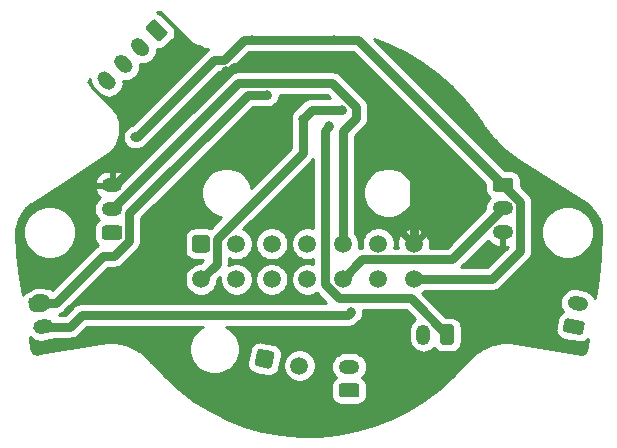
<source format=gbr>
%TF.GenerationSoftware,KiCad,Pcbnew,(5.1.9-0-10_14)*%
%TF.CreationDate,2021-09-12T17:19:37+02:00*%
%TF.ProjectId,v0_miniAB_pancake_board,76305f6d-696e-4694-9142-5f70616e6361,rev?*%
%TF.SameCoordinates,Original*%
%TF.FileFunction,Copper,L2,Bot*%
%TF.FilePolarity,Positive*%
%FSLAX46Y46*%
G04 Gerber Fmt 4.6, Leading zero omitted, Abs format (unit mm)*
G04 Created by KiCad (PCBNEW (5.1.9-0-10_14)) date 2021-09-12 17:19:37*
%MOMM*%
%LPD*%
G01*
G04 APERTURE LIST*
%TA.AperFunction,ComponentPad*%
%ADD10C,1.500000*%
%TD*%
%TA.AperFunction,ComponentPad*%
%ADD11O,1.750000X1.200000*%
%TD*%
%TA.AperFunction,ComponentPad*%
%ADD12O,1.200000X1.750000*%
%TD*%
%TA.AperFunction,ViaPad*%
%ADD13C,0.800000*%
%TD*%
%TA.AperFunction,Conductor*%
%ADD14C,0.750000*%
%TD*%
%TA.AperFunction,Conductor*%
%ADD15C,1.500000*%
%TD*%
%TA.AperFunction,Conductor*%
%ADD16C,0.254000*%
%TD*%
%TA.AperFunction,Conductor*%
%ADD17C,0.100000*%
%TD*%
G04 APERTURE END LIST*
D10*
%TO.P,J9,14*%
%TO.N,+5V*%
X108880000Y-103990000D03*
%TO.P,J9,13*%
%TO.N,/fan1*%
X105880000Y-103990000D03*
%TO.P,J9,12*%
%TO.N,/sw0*%
X102880000Y-103990000D03*
%TO.P,J9,11*%
%TO.N,/therm1*%
X99880000Y-103990000D03*
%TO.P,J9,10*%
%TO.N,/therm0*%
X96880000Y-103990000D03*
%TO.P,J9,9*%
%TO.N,/heat_gnd*%
X93880000Y-103990000D03*
%TO.P,J9,8*%
%TO.N,+24V*%
X90880000Y-103990000D03*
%TO.P,J9,7*%
%TO.N,GND*%
X108880000Y-100990000D03*
%TO.P,J9,6*%
%TO.N,/fan0*%
X105880000Y-100990000D03*
%TO.P,J9,5*%
%TO.N,/sw1*%
X102880000Y-100990000D03*
%TO.P,J9,4*%
%TO.N,/B-*%
X99880000Y-100990000D03*
%TO.P,J9,3*%
%TO.N,/B+*%
X96880000Y-100990000D03*
%TO.P,J9,2*%
%TO.N,/A-*%
X93880000Y-100990000D03*
%TO.P,J9,1*%
%TO.N,/A+*%
%TA.AperFunction,ComponentPad*%
G36*
G01*
X90130000Y-101490000D02*
X90130000Y-100490000D01*
G75*
G02*
X90380000Y-100240000I250000J0D01*
G01*
X91380000Y-100240000D01*
G75*
G02*
X91630000Y-100490000I0J-250000D01*
G01*
X91630000Y-101490000D01*
G75*
G02*
X91380000Y-101740000I-250000J0D01*
G01*
X90380000Y-101740000D01*
G75*
G02*
X90130000Y-101490000I0J250000D01*
G01*
G37*
%TD.AperFunction*%
%TD*%
D11*
%TO.P,J8,3*%
%TO.N,GND*%
X83350000Y-96040000D03*
%TO.P,J8,2*%
%TO.N,/sw1*%
X83350000Y-98040000D03*
%TO.P,J8,1*%
%TO.N,+5V*%
%TA.AperFunction,ComponentPad*%
G36*
G01*
X83975001Y-100640000D02*
X82724999Y-100640000D01*
G75*
G02*
X82475000Y-100390001I0J249999D01*
G01*
X82475000Y-99689999D01*
G75*
G02*
X82724999Y-99440000I249999J0D01*
G01*
X83975001Y-99440000D01*
G75*
G02*
X84225000Y-99689999I0J-249999D01*
G01*
X84225000Y-100390001D01*
G75*
G02*
X83975001Y-100640000I-249999J0D01*
G01*
G37*
%TD.AperFunction*%
%TD*%
%TO.P,J7,3*%
%TO.N,GND*%
X116450000Y-100000000D03*
%TO.P,J7,2*%
%TO.N,/sw0*%
X116450000Y-98000000D03*
%TO.P,J7,1*%
%TO.N,+5V*%
%TA.AperFunction,ComponentPad*%
G36*
G01*
X115824999Y-95400000D02*
X117075001Y-95400000D01*
G75*
G02*
X117325000Y-95649999I0J-249999D01*
G01*
X117325000Y-96350001D01*
G75*
G02*
X117075001Y-96600000I-249999J0D01*
G01*
X115824999Y-96600000D01*
G75*
G02*
X115575000Y-96350001I0J249999D01*
G01*
X115575000Y-95649999D01*
G75*
G02*
X115824999Y-95400000I249999J0D01*
G01*
G37*
%TD.AperFunction*%
%TD*%
D12*
%TO.P,J6,2*%
%TO.N,/fan1*%
X109710000Y-108680000D03*
%TO.P,J6,1*%
%TO.N,/VFAN1*%
%TA.AperFunction,ComponentPad*%
G36*
G01*
X112310000Y-108054999D02*
X112310000Y-109305001D01*
G75*
G02*
X112060001Y-109555000I-249999J0D01*
G01*
X111359999Y-109555000D01*
G75*
G02*
X111110000Y-109305001I0J249999D01*
G01*
X111110000Y-108054999D01*
G75*
G02*
X111359999Y-107805000I249999J0D01*
G01*
X112060001Y-107805000D01*
G75*
G02*
X112310000Y-108054999I0J-249999D01*
G01*
G37*
%TD.AperFunction*%
%TD*%
%TO.P,J5,2*%
%TO.N,/fan0*%
%TA.AperFunction,ComponentPad*%
G36*
G01*
X122963929Y-106669022D02*
X122422285Y-106573516D01*
G75*
G02*
X121935589Y-105878442I104189J590885D01*
G01*
X121935589Y-105878442D01*
G75*
G02*
X122630663Y-105391746I590885J-104189D01*
G01*
X123172307Y-105487252D01*
G75*
G02*
X123659003Y-106182326I-104189J-590885D01*
G01*
X123659003Y-106182326D01*
G75*
G02*
X122963929Y-106669022I-590885J104189D01*
G01*
G37*
%TD.AperFunction*%
%TO.P,J5,1*%
%TO.N,/VFAN0*%
%TA.AperFunction,ComponentPad*%
G36*
G01*
X122961317Y-108699415D02*
X121730305Y-108482354D01*
G75*
G02*
X121527516Y-108192741I43412J246201D01*
G01*
X121649070Y-107503374D01*
G75*
G02*
X121938683Y-107300585I246201J-43412D01*
G01*
X123169695Y-107517646D01*
G75*
G02*
X123372484Y-107807259I-43412J-246201D01*
G01*
X123250930Y-108496626D01*
G75*
G02*
X122961317Y-108699415I-246201J43412D01*
G01*
G37*
%TD.AperFunction*%
%TD*%
%TO.P,J4,2*%
%TO.N,/fan0*%
%TA.AperFunction,ComponentPad*%
G36*
G01*
X77162285Y-107456484D02*
X77703929Y-107360978D01*
G75*
G02*
X78399003Y-107847674I104189J-590885D01*
G01*
X78399003Y-107847674D01*
G75*
G02*
X77912307Y-108542748I-590885J-104189D01*
G01*
X77370663Y-108638254D01*
G75*
G02*
X76675589Y-108151558I-104189J590885D01*
G01*
X76675589Y-108151558D01*
G75*
G02*
X77162285Y-107456484I590885J104189D01*
G01*
G37*
%TD.AperFunction*%
%TO.P,J4,1*%
%TO.N,/VFAN0*%
%TA.AperFunction,ComponentPad*%
G36*
G01*
X76470305Y-105547646D02*
X77701317Y-105330585D01*
G75*
G02*
X77990930Y-105533374I43412J-246201D01*
G01*
X78112484Y-106222741D01*
G75*
G02*
X77909695Y-106512354I-246201J-43412D01*
G01*
X76678683Y-106729415D01*
G75*
G02*
X76389070Y-106526626I-43412J246201D01*
G01*
X76267516Y-105837259D01*
G75*
G02*
X76470305Y-105547646I246201J43412D01*
G01*
G37*
%TD.AperFunction*%
%TD*%
D11*
%TO.P,J3,2*%
%TO.N,/therm1*%
X103420000Y-111400000D03*
%TO.P,J3,1*%
%TO.N,/therm0*%
%TA.AperFunction,ComponentPad*%
G36*
G01*
X104045001Y-114000000D02*
X102794999Y-114000000D01*
G75*
G02*
X102545000Y-113750001I0J249999D01*
G01*
X102545000Y-113049999D01*
G75*
G02*
X102794999Y-112800000I249999J0D01*
G01*
X104045001Y-112800000D01*
G75*
G02*
X104295000Y-113049999I0J-249999D01*
G01*
X104295000Y-113750001D01*
G75*
G02*
X104045001Y-114000000I-249999J0D01*
G01*
G37*
%TD.AperFunction*%
%TD*%
D10*
%TO.P,J2,2*%
%TO.N,/heat_gnd*%
X99204882Y-111302427D03*
%TO.P,J2,1*%
%TO.N,+24V*%
%TA.AperFunction,ComponentPad*%
G36*
G01*
X96607707Y-111561625D02*
X95626080Y-111370816D01*
G75*
G02*
X95428375Y-111077707I47702J245407D01*
G01*
X95619184Y-110096080D01*
G75*
G02*
X95912293Y-109898375I245407J-47702D01*
G01*
X96893920Y-110089184D01*
G75*
G02*
X97091625Y-110382293I-47702J-245407D01*
G01*
X96900816Y-111363920D01*
G75*
G02*
X96607707Y-111561625I-245407J47702D01*
G01*
G37*
%TD.AperFunction*%
%TD*%
%TO.P,J1,4*%
%TO.N,/A+*%
%TA.AperFunction,ComponentPad*%
G36*
G01*
X83117169Y-86553923D02*
X83506077Y-86942831D01*
G75*
G02*
X83506077Y-87791359I-424264J-424264D01*
G01*
X83506077Y-87791359D01*
G75*
G02*
X82657549Y-87791359I-424264J424264D01*
G01*
X82268641Y-87402451D01*
G75*
G02*
X82268641Y-86553923I424264J424264D01*
G01*
X82268641Y-86553923D01*
G75*
G02*
X83117169Y-86553923I424264J-424264D01*
G01*
G37*
%TD.AperFunction*%
%TO.P,J1,3*%
%TO.N,/A-*%
%TA.AperFunction,ComponentPad*%
G36*
G01*
X84531383Y-85139709D02*
X84920291Y-85528617D01*
G75*
G02*
X84920291Y-86377145I-424264J-424264D01*
G01*
X84920291Y-86377145D01*
G75*
G02*
X84071763Y-86377145I-424264J424264D01*
G01*
X83682855Y-85988237D01*
G75*
G02*
X83682855Y-85139709I424264J424264D01*
G01*
X83682855Y-85139709D01*
G75*
G02*
X84531383Y-85139709I424264J-424264D01*
G01*
G37*
%TD.AperFunction*%
%TO.P,J1,2*%
%TO.N,/B+*%
%TA.AperFunction,ComponentPad*%
G36*
G01*
X85945596Y-83725496D02*
X86334504Y-84114404D01*
G75*
G02*
X86334504Y-84962932I-424264J-424264D01*
G01*
X86334504Y-84962932D01*
G75*
G02*
X85485976Y-84962932I-424264J424264D01*
G01*
X85097068Y-84574024D01*
G75*
G02*
X85097068Y-83725496I424264J424264D01*
G01*
X85097068Y-83725496D01*
G75*
G02*
X85945596Y-83725496I424264J-424264D01*
G01*
G37*
%TD.AperFunction*%
%TO.P,J1,1*%
%TO.N,/B-*%
%TA.AperFunction,ComponentPad*%
G36*
G01*
X87112322Y-82063793D02*
X87996207Y-82947678D01*
G75*
G02*
X87996207Y-83301230I-176776J-176776D01*
G01*
X87501230Y-83796207D01*
G75*
G02*
X87147678Y-83796207I-176776J176776D01*
G01*
X86263793Y-82912322D01*
G75*
G02*
X86263793Y-82558770I176776J176776D01*
G01*
X86758770Y-82063793D01*
G75*
G02*
X87112322Y-82063793I176776J-176776D01*
G01*
G37*
%TD.AperFunction*%
%TD*%
D13*
%TO.N,/fan0*%
X103600000Y-106750000D03*
%TO.N,+5V*%
X95199994Y-83700000D03*
X102099988Y-83700000D03*
X85300000Y-91950000D03*
%TO.N,GND*%
X86100000Y-103950000D03*
X87550000Y-108700000D03*
X76350000Y-103100000D03*
X94450000Y-115850000D03*
X94450000Y-112900000D03*
X105400000Y-115900000D03*
X108100000Y-112500000D03*
X113900000Y-108100000D03*
X116600000Y-93800000D03*
X119450000Y-105800000D03*
X108550000Y-85500000D03*
X106500000Y-88950000D03*
X98000000Y-89200000D03*
X88000000Y-97400000D03*
X93000000Y-86400000D03*
X90800000Y-84600000D03*
X100200000Y-85200000D03*
X100800000Y-112800000D03*
X105600000Y-107400000D03*
X110400000Y-105400000D03*
X81800000Y-108700000D03*
X119450000Y-109200000D03*
%TO.N,+24V*%
X99500000Y-90400000D03*
X102859377Y-89638251D03*
%TO.N,/VFAN0*%
X96499993Y-88375010D03*
%TO.N,/VFAN1*%
X101750000Y-91050000D03*
%TD*%
D14*
%TO.N,/fan0*%
X103350000Y-107000000D02*
X103600000Y-106750000D01*
X80800000Y-107000000D02*
X103350000Y-107000000D01*
X79800384Y-107999616D02*
X80800000Y-107000000D01*
X77537296Y-107999616D02*
X79800384Y-107999616D01*
%TO.N,+5V*%
X95199994Y-83700000D02*
X102099988Y-83700000D01*
X108880000Y-103990000D02*
X115510000Y-103990000D01*
X117900010Y-97450010D02*
X116450000Y-96000000D01*
X117900010Y-101599990D02*
X117900010Y-97450010D01*
X115510000Y-103990000D02*
X117900010Y-101599990D01*
X104150000Y-83700000D02*
X102099988Y-83700000D01*
X116450000Y-96000000D02*
X104150000Y-83700000D01*
X94500000Y-83700000D02*
X95199994Y-83700000D01*
X92800000Y-85400000D02*
X94500000Y-83700000D01*
X85450000Y-91950000D02*
X92000000Y-85400000D01*
X92000000Y-85400000D02*
X92800000Y-85400000D01*
X85300000Y-91950000D02*
X85450000Y-91950000D01*
%TO.N,GND*%
X86100000Y-104000000D02*
X86100000Y-103950000D01*
X83350000Y-96040000D02*
X83360000Y-96040000D01*
X83625000Y-96040000D02*
X93665000Y-86000000D01*
X83350000Y-96040000D02*
X83625000Y-96040000D01*
X108880000Y-91393305D02*
X108880000Y-100990000D01*
X103486695Y-86000000D02*
X108880000Y-91393305D01*
X93665000Y-86000000D02*
X103486695Y-86000000D01*
%TO.N,/sw0*%
X104554999Y-102315001D02*
X102880000Y-103990000D01*
X112134999Y-102315001D02*
X104554999Y-102315001D01*
X116450000Y-98000000D02*
X112134999Y-102315001D01*
%TO.N,/sw1*%
X102880000Y-91470000D02*
X104000000Y-90350000D01*
X104000000Y-90350000D02*
X104000000Y-89400000D01*
X102880000Y-100990000D02*
X102880000Y-91470000D01*
X102000000Y-87400000D02*
X93990000Y-87400000D01*
X104000000Y-89400000D02*
X102000000Y-87400000D01*
X84800010Y-96589990D02*
X83350000Y-98040000D01*
X93990000Y-87400000D02*
X84800010Y-96589990D01*
%TO.N,+24V*%
X99500000Y-93281002D02*
X99500000Y-90400000D01*
X92205010Y-102664990D02*
X92205010Y-100575992D01*
X90880000Y-103990000D02*
X92205010Y-102664990D01*
X92205010Y-100575992D02*
X99500000Y-93281002D01*
X100261749Y-89638251D02*
X102859377Y-89638251D01*
X99500000Y-90400000D02*
X100261749Y-89638251D01*
D15*
%TO.N,/VFAN0*%
X77190000Y-106030000D02*
X77360000Y-106030000D01*
D14*
X94824990Y-88375010D02*
X96499993Y-88375010D01*
X84800010Y-98399990D02*
X94824990Y-88375010D01*
X84800010Y-100731734D02*
X84800010Y-98399990D01*
X77190000Y-106030000D02*
X78570000Y-106030000D01*
X82600000Y-102000000D02*
X83531744Y-102000000D01*
X83531744Y-102000000D02*
X84800010Y-100731734D01*
X78570000Y-106030000D02*
X82600000Y-102000000D01*
%TO.N,/VFAN1*%
X102528998Y-105600000D02*
X108630000Y-105600000D01*
X101350001Y-104421003D02*
X102528998Y-105600000D01*
X101750000Y-91050000D02*
X101350001Y-91449999D01*
X101350001Y-91449999D02*
X101350001Y-104421003D01*
X108630000Y-105600000D02*
X111710000Y-108680000D01*
%TD*%
D16*
%TO.N,GND*%
X106797578Y-84130345D02*
X108234411Y-84826092D01*
X109600829Y-85651581D01*
X110885150Y-86599757D01*
X112076404Y-87662517D01*
X113164388Y-88830760D01*
X114145483Y-90101858D01*
X114553932Y-90711882D01*
X114555164Y-90713550D01*
X114555923Y-90714839D01*
X114846528Y-91144341D01*
X114866465Y-91170153D01*
X114885437Y-91196684D01*
X115678610Y-92170304D01*
X115705390Y-92199255D01*
X115741286Y-92238063D01*
X116650232Y-93104596D01*
X116673905Y-93124482D01*
X116720907Y-93163966D01*
X117721762Y-93902712D01*
X117740736Y-93917688D01*
X123444119Y-97573606D01*
X123909062Y-97942533D01*
X124270812Y-98368064D01*
X124543019Y-98855751D01*
X124715318Y-99387025D01*
X124783748Y-99963600D01*
X124780007Y-100176195D01*
X124687467Y-102139165D01*
X124472155Y-103896739D01*
X124201613Y-105574104D01*
X124084665Y-105366343D01*
X123926268Y-105181701D01*
X123734893Y-105031510D01*
X123517893Y-104921539D01*
X123342316Y-104872434D01*
X122681185Y-104755859D01*
X122499402Y-104741952D01*
X122257877Y-104771073D01*
X122026675Y-104846753D01*
X121814680Y-104966085D01*
X121630038Y-105124482D01*
X121479847Y-105315857D01*
X121369876Y-105532856D01*
X121304353Y-105767139D01*
X121285795Y-106009703D01*
X121314916Y-106251228D01*
X121390596Y-106482430D01*
X121509928Y-106694425D01*
X121542451Y-106732337D01*
X121537603Y-106733924D01*
X121385894Y-106819321D01*
X121253761Y-106932673D01*
X121146280Y-107069626D01*
X121067582Y-107224915D01*
X121020692Y-107392574D01*
X120899138Y-108081941D01*
X120885857Y-108255526D01*
X120906697Y-108428366D01*
X120960855Y-108593820D01*
X121046252Y-108745529D01*
X121159604Y-108877663D01*
X121296557Y-108985144D01*
X121451846Y-109063842D01*
X121619505Y-109110732D01*
X122850517Y-109327793D01*
X123024102Y-109341074D01*
X123196943Y-109320234D01*
X123362397Y-109266076D01*
X123514106Y-109180679D01*
X123636898Y-109075340D01*
X123482808Y-110030700D01*
X123460037Y-110103356D01*
X123432745Y-110153411D01*
X123396253Y-110197207D01*
X123351946Y-110233085D01*
X123301518Y-110259671D01*
X123246885Y-110275956D01*
X123179589Y-110282316D01*
X123132551Y-110278890D01*
X117055431Y-109269025D01*
X116947170Y-109261815D01*
X116904680Y-109267364D01*
X116538347Y-109285533D01*
X116489874Y-109292725D01*
X116441080Y-109296890D01*
X116431002Y-109298826D01*
X115665416Y-109451511D01*
X115601658Y-109470857D01*
X115537659Y-109489303D01*
X115528149Y-109493161D01*
X114806800Y-109791641D01*
X114748041Y-109822987D01*
X114688816Y-109853528D01*
X114680237Y-109859159D01*
X114030601Y-110292065D01*
X113979007Y-110334262D01*
X113926885Y-110375690D01*
X113919562Y-110382880D01*
X113366383Y-110933723D01*
X113361398Y-110939766D01*
X113340265Y-110961105D01*
X112245678Y-112169486D01*
X111069225Y-113248596D01*
X109798122Y-114214424D01*
X108443229Y-115058716D01*
X107016151Y-115774241D01*
X105529072Y-116354890D01*
X103994737Y-116795688D01*
X102426219Y-117092879D01*
X100836974Y-117243912D01*
X99240560Y-117247502D01*
X97650659Y-117103615D01*
X96080822Y-116813479D01*
X94544504Y-116379579D01*
X93054834Y-115805623D01*
X91624557Y-115096523D01*
X90265891Y-114258337D01*
X88990462Y-113298237D01*
X87809158Y-112224419D01*
X86721172Y-111034123D01*
X86680911Y-110985542D01*
X86668813Y-110972246D01*
X86664961Y-110966937D01*
X86658099Y-110959306D01*
X86391079Y-110666478D01*
X86354696Y-110633673D01*
X86320422Y-110598674D01*
X86312515Y-110592132D01*
X85707544Y-110098731D01*
X85652054Y-110061864D01*
X85597092Y-110024230D01*
X85588065Y-110019349D01*
X84898781Y-109652850D01*
X84837175Y-109627457D01*
X84775961Y-109601221D01*
X84766161Y-109598187D01*
X84766155Y-109598185D01*
X84018813Y-109372549D01*
X83953430Y-109359603D01*
X83888303Y-109345760D01*
X83878099Y-109344687D01*
X83878097Y-109344687D01*
X83110732Y-109269447D01*
X83048508Y-109261691D01*
X82940289Y-109269534D01*
X77171461Y-110262906D01*
X77022677Y-110281149D01*
X76927281Y-110274127D01*
X76835058Y-110248708D01*
X76749529Y-110205861D01*
X76673956Y-110147220D01*
X76611211Y-110075015D01*
X76563684Y-109991997D01*
X76524960Y-109876867D01*
X76523148Y-109867871D01*
X76364014Y-108897842D01*
X76370038Y-108905518D01*
X76554680Y-109063915D01*
X76766675Y-109183247D01*
X76997877Y-109258927D01*
X77239402Y-109288048D01*
X77421185Y-109274141D01*
X78082316Y-109157566D01*
X78257893Y-109108461D01*
X78452939Y-109009616D01*
X79750776Y-109009616D01*
X79800384Y-109014502D01*
X79998378Y-108995001D01*
X80030872Y-108985144D01*
X80188764Y-108937248D01*
X80364224Y-108843463D01*
X80518017Y-108717249D01*
X80549645Y-108678710D01*
X81218356Y-108010000D01*
X91016985Y-108010000D01*
X91008069Y-108013693D01*
X90658388Y-108247342D01*
X90361008Y-108544722D01*
X90127359Y-108894403D01*
X89966418Y-109282949D01*
X89884371Y-109695426D01*
X89884371Y-110115984D01*
X89966418Y-110528461D01*
X90127359Y-110917007D01*
X90361008Y-111266688D01*
X90658388Y-111564068D01*
X91008069Y-111797717D01*
X91396615Y-111958658D01*
X91809092Y-112040705D01*
X92229650Y-112040705D01*
X92642127Y-111958658D01*
X93030673Y-111797717D01*
X93380354Y-111564068D01*
X93677734Y-111266688D01*
X93769544Y-111129284D01*
X94785718Y-111129284D01*
X94803538Y-111302462D01*
X94854801Y-111468836D01*
X94937537Y-111622013D01*
X95048566Y-111756105D01*
X95183622Y-111865960D01*
X95337515Y-111947356D01*
X95504330Y-111997165D01*
X96485957Y-112187974D01*
X96659284Y-112204282D01*
X96832462Y-112186462D01*
X96998836Y-112135199D01*
X97152013Y-112052463D01*
X97286105Y-111941434D01*
X97395960Y-111806378D01*
X97477356Y-111652485D01*
X97527165Y-111485670D01*
X97589299Y-111166016D01*
X97819882Y-111166016D01*
X97819882Y-111438838D01*
X97873107Y-111706416D01*
X97977511Y-111958470D01*
X98129083Y-112185313D01*
X98321996Y-112378226D01*
X98548839Y-112529798D01*
X98800893Y-112634202D01*
X99068471Y-112687427D01*
X99341293Y-112687427D01*
X99608871Y-112634202D01*
X99860925Y-112529798D01*
X100087768Y-112378226D01*
X100280681Y-112185313D01*
X100432253Y-111958470D01*
X100536657Y-111706416D01*
X100589882Y-111438838D01*
X100589882Y-111400000D01*
X101904025Y-111400000D01*
X101927870Y-111642102D01*
X101998489Y-111874901D01*
X102113167Y-112089449D01*
X102267498Y-112277502D01*
X102306111Y-112309191D01*
X102301613Y-112311595D01*
X102167038Y-112422038D01*
X102056595Y-112556613D01*
X101974528Y-112710149D01*
X101923992Y-112876745D01*
X101906928Y-113049999D01*
X101906928Y-113750001D01*
X101923992Y-113923255D01*
X101974528Y-114089851D01*
X102056595Y-114243387D01*
X102167038Y-114377962D01*
X102301613Y-114488405D01*
X102455149Y-114570472D01*
X102621745Y-114621008D01*
X102794999Y-114638072D01*
X104045001Y-114638072D01*
X104218255Y-114621008D01*
X104384851Y-114570472D01*
X104538387Y-114488405D01*
X104672962Y-114377962D01*
X104783405Y-114243387D01*
X104865472Y-114089851D01*
X104916008Y-113923255D01*
X104933072Y-113750001D01*
X104933072Y-113049999D01*
X104916008Y-112876745D01*
X104865472Y-112710149D01*
X104783405Y-112556613D01*
X104672962Y-112422038D01*
X104538387Y-112311595D01*
X104533889Y-112309191D01*
X104572502Y-112277502D01*
X104726833Y-112089449D01*
X104841511Y-111874901D01*
X104912130Y-111642102D01*
X104935975Y-111400000D01*
X104912130Y-111157898D01*
X104841511Y-110925099D01*
X104726833Y-110710551D01*
X104572502Y-110522498D01*
X104384449Y-110368167D01*
X104169901Y-110253489D01*
X103937102Y-110182870D01*
X103755665Y-110165000D01*
X103084335Y-110165000D01*
X102902898Y-110182870D01*
X102670099Y-110253489D01*
X102455551Y-110368167D01*
X102267498Y-110522498D01*
X102113167Y-110710551D01*
X101998489Y-110925099D01*
X101927870Y-111157898D01*
X101904025Y-111400000D01*
X100589882Y-111400000D01*
X100589882Y-111166016D01*
X100536657Y-110898438D01*
X100432253Y-110646384D01*
X100280681Y-110419541D01*
X100087768Y-110226628D01*
X99860925Y-110075056D01*
X99608871Y-109970652D01*
X99341293Y-109917427D01*
X99068471Y-109917427D01*
X98800893Y-109970652D01*
X98548839Y-110075056D01*
X98321996Y-110226628D01*
X98129083Y-110419541D01*
X97977511Y-110646384D01*
X97873107Y-110898438D01*
X97819882Y-111166016D01*
X97589299Y-111166016D01*
X97717974Y-110504043D01*
X97734282Y-110330716D01*
X97716462Y-110157538D01*
X97665199Y-109991164D01*
X97582463Y-109837987D01*
X97471434Y-109703895D01*
X97336378Y-109594040D01*
X97182485Y-109512644D01*
X97015670Y-109462835D01*
X96034043Y-109272026D01*
X95860716Y-109255718D01*
X95687538Y-109273538D01*
X95521164Y-109324801D01*
X95367987Y-109407537D01*
X95233895Y-109518566D01*
X95124040Y-109653622D01*
X95042644Y-109807515D01*
X94992835Y-109974330D01*
X94802026Y-110955957D01*
X94785718Y-111129284D01*
X93769544Y-111129284D01*
X93911383Y-110917007D01*
X94072324Y-110528461D01*
X94154371Y-110115984D01*
X94154371Y-109695426D01*
X94072324Y-109282949D01*
X93911383Y-108894403D01*
X93677734Y-108544722D01*
X93380354Y-108247342D01*
X93030673Y-108013693D01*
X93021757Y-108010000D01*
X103300392Y-108010000D01*
X103350000Y-108014886D01*
X103547994Y-107995385D01*
X103602219Y-107978936D01*
X103738380Y-107937632D01*
X103913840Y-107843847D01*
X104067633Y-107717633D01*
X104099262Y-107679093D01*
X104153222Y-107625133D01*
X104259774Y-107553937D01*
X104403937Y-107409774D01*
X104517205Y-107240256D01*
X104595226Y-107051898D01*
X104635000Y-106851939D01*
X104635000Y-106648061D01*
X104627429Y-106610000D01*
X108211645Y-106610000D01*
X108995429Y-107393785D01*
X108832499Y-107527498D01*
X108678168Y-107715551D01*
X108563489Y-107930099D01*
X108492870Y-108162898D01*
X108475000Y-108344335D01*
X108475000Y-109015664D01*
X108492870Y-109197101D01*
X108563489Y-109429900D01*
X108678167Y-109644448D01*
X108832498Y-109832502D01*
X109020551Y-109986833D01*
X109235099Y-110101511D01*
X109467898Y-110172130D01*
X109710000Y-110195975D01*
X109952101Y-110172130D01*
X110184900Y-110101511D01*
X110399448Y-109986833D01*
X110587502Y-109832502D01*
X110619191Y-109793889D01*
X110621595Y-109798387D01*
X110732038Y-109932962D01*
X110866613Y-110043405D01*
X111020149Y-110125472D01*
X111186745Y-110176008D01*
X111359999Y-110193072D01*
X112060001Y-110193072D01*
X112233255Y-110176008D01*
X112399851Y-110125472D01*
X112553387Y-110043405D01*
X112687962Y-109932962D01*
X112798405Y-109798387D01*
X112880472Y-109644851D01*
X112931008Y-109478255D01*
X112948072Y-109305001D01*
X112948072Y-108054999D01*
X112931008Y-107881745D01*
X112880472Y-107715149D01*
X112798405Y-107561613D01*
X112687962Y-107427038D01*
X112553387Y-107316595D01*
X112399851Y-107234528D01*
X112233255Y-107183992D01*
X112060001Y-107166928D01*
X111625284Y-107166928D01*
X109619777Y-105161422D01*
X109762886Y-105065799D01*
X109828685Y-105000000D01*
X115460392Y-105000000D01*
X115510000Y-105004886D01*
X115707994Y-104985385D01*
X115771377Y-104966158D01*
X115898380Y-104927632D01*
X116073840Y-104833847D01*
X116227633Y-104707633D01*
X116259261Y-104669094D01*
X118579110Y-102349246D01*
X118617643Y-102317623D01*
X118743857Y-102163830D01*
X118837642Y-101988370D01*
X118885729Y-101829850D01*
X118895395Y-101797985D01*
X118914896Y-101599990D01*
X118910010Y-101550382D01*
X118910010Y-99778971D01*
X119675858Y-99778971D01*
X119675858Y-100221029D01*
X119762100Y-100654592D01*
X119931268Y-101063000D01*
X120176861Y-101430557D01*
X120489443Y-101743139D01*
X120857000Y-101988732D01*
X121265408Y-102157900D01*
X121698971Y-102244142D01*
X122141029Y-102244142D01*
X122574592Y-102157900D01*
X122983000Y-101988732D01*
X123350557Y-101743139D01*
X123663139Y-101430557D01*
X123908732Y-101063000D01*
X124077900Y-100654592D01*
X124164142Y-100221029D01*
X124164142Y-99778971D01*
X124077900Y-99345408D01*
X123908732Y-98937000D01*
X123663139Y-98569443D01*
X123350557Y-98256861D01*
X122983000Y-98011268D01*
X122574592Y-97842100D01*
X122141029Y-97755858D01*
X121698971Y-97755858D01*
X121265408Y-97842100D01*
X120857000Y-98011268D01*
X120489443Y-98256861D01*
X120176861Y-98569443D01*
X119931268Y-98937000D01*
X119762100Y-99345408D01*
X119675858Y-99778971D01*
X118910010Y-99778971D01*
X118910010Y-97499618D01*
X118914896Y-97450010D01*
X118895395Y-97252015D01*
X118837642Y-97061630D01*
X118743857Y-96886170D01*
X118617643Y-96732377D01*
X118579109Y-96700753D01*
X117963072Y-96084716D01*
X117963072Y-95649999D01*
X117946008Y-95476745D01*
X117895472Y-95310149D01*
X117813405Y-95156613D01*
X117702962Y-95022038D01*
X117568387Y-94911595D01*
X117414851Y-94829528D01*
X117248255Y-94778992D01*
X117075001Y-94761928D01*
X116640284Y-94761928D01*
X105536126Y-83657771D01*
X106797578Y-84130345D01*
%TA.AperFunction,Conductor*%
D17*
G36*
X106797578Y-84130345D02*
G01*
X108234411Y-84826092D01*
X109600829Y-85651581D01*
X110885150Y-86599757D01*
X112076404Y-87662517D01*
X113164388Y-88830760D01*
X114145483Y-90101858D01*
X114553932Y-90711882D01*
X114555164Y-90713550D01*
X114555923Y-90714839D01*
X114846528Y-91144341D01*
X114866465Y-91170153D01*
X114885437Y-91196684D01*
X115678610Y-92170304D01*
X115705390Y-92199255D01*
X115741286Y-92238063D01*
X116650232Y-93104596D01*
X116673905Y-93124482D01*
X116720907Y-93163966D01*
X117721762Y-93902712D01*
X117740736Y-93917688D01*
X123444119Y-97573606D01*
X123909062Y-97942533D01*
X124270812Y-98368064D01*
X124543019Y-98855751D01*
X124715318Y-99387025D01*
X124783748Y-99963600D01*
X124780007Y-100176195D01*
X124687467Y-102139165D01*
X124472155Y-103896739D01*
X124201613Y-105574104D01*
X124084665Y-105366343D01*
X123926268Y-105181701D01*
X123734893Y-105031510D01*
X123517893Y-104921539D01*
X123342316Y-104872434D01*
X122681185Y-104755859D01*
X122499402Y-104741952D01*
X122257877Y-104771073D01*
X122026675Y-104846753D01*
X121814680Y-104966085D01*
X121630038Y-105124482D01*
X121479847Y-105315857D01*
X121369876Y-105532856D01*
X121304353Y-105767139D01*
X121285795Y-106009703D01*
X121314916Y-106251228D01*
X121390596Y-106482430D01*
X121509928Y-106694425D01*
X121542451Y-106732337D01*
X121537603Y-106733924D01*
X121385894Y-106819321D01*
X121253761Y-106932673D01*
X121146280Y-107069626D01*
X121067582Y-107224915D01*
X121020692Y-107392574D01*
X120899138Y-108081941D01*
X120885857Y-108255526D01*
X120906697Y-108428366D01*
X120960855Y-108593820D01*
X121046252Y-108745529D01*
X121159604Y-108877663D01*
X121296557Y-108985144D01*
X121451846Y-109063842D01*
X121619505Y-109110732D01*
X122850517Y-109327793D01*
X123024102Y-109341074D01*
X123196943Y-109320234D01*
X123362397Y-109266076D01*
X123514106Y-109180679D01*
X123636898Y-109075340D01*
X123482808Y-110030700D01*
X123460037Y-110103356D01*
X123432745Y-110153411D01*
X123396253Y-110197207D01*
X123351946Y-110233085D01*
X123301518Y-110259671D01*
X123246885Y-110275956D01*
X123179589Y-110282316D01*
X123132551Y-110278890D01*
X117055431Y-109269025D01*
X116947170Y-109261815D01*
X116904680Y-109267364D01*
X116538347Y-109285533D01*
X116489874Y-109292725D01*
X116441080Y-109296890D01*
X116431002Y-109298826D01*
X115665416Y-109451511D01*
X115601658Y-109470857D01*
X115537659Y-109489303D01*
X115528149Y-109493161D01*
X114806800Y-109791641D01*
X114748041Y-109822987D01*
X114688816Y-109853528D01*
X114680237Y-109859159D01*
X114030601Y-110292065D01*
X113979007Y-110334262D01*
X113926885Y-110375690D01*
X113919562Y-110382880D01*
X113366383Y-110933723D01*
X113361398Y-110939766D01*
X113340265Y-110961105D01*
X112245678Y-112169486D01*
X111069225Y-113248596D01*
X109798122Y-114214424D01*
X108443229Y-115058716D01*
X107016151Y-115774241D01*
X105529072Y-116354890D01*
X103994737Y-116795688D01*
X102426219Y-117092879D01*
X100836974Y-117243912D01*
X99240560Y-117247502D01*
X97650659Y-117103615D01*
X96080822Y-116813479D01*
X94544504Y-116379579D01*
X93054834Y-115805623D01*
X91624557Y-115096523D01*
X90265891Y-114258337D01*
X88990462Y-113298237D01*
X87809158Y-112224419D01*
X86721172Y-111034123D01*
X86680911Y-110985542D01*
X86668813Y-110972246D01*
X86664961Y-110966937D01*
X86658099Y-110959306D01*
X86391079Y-110666478D01*
X86354696Y-110633673D01*
X86320422Y-110598674D01*
X86312515Y-110592132D01*
X85707544Y-110098731D01*
X85652054Y-110061864D01*
X85597092Y-110024230D01*
X85588065Y-110019349D01*
X84898781Y-109652850D01*
X84837175Y-109627457D01*
X84775961Y-109601221D01*
X84766161Y-109598187D01*
X84766155Y-109598185D01*
X84018813Y-109372549D01*
X83953430Y-109359603D01*
X83888303Y-109345760D01*
X83878099Y-109344687D01*
X83878097Y-109344687D01*
X83110732Y-109269447D01*
X83048508Y-109261691D01*
X82940289Y-109269534D01*
X77171461Y-110262906D01*
X77022677Y-110281149D01*
X76927281Y-110274127D01*
X76835058Y-110248708D01*
X76749529Y-110205861D01*
X76673956Y-110147220D01*
X76611211Y-110075015D01*
X76563684Y-109991997D01*
X76524960Y-109876867D01*
X76523148Y-109867871D01*
X76364014Y-108897842D01*
X76370038Y-108905518D01*
X76554680Y-109063915D01*
X76766675Y-109183247D01*
X76997877Y-109258927D01*
X77239402Y-109288048D01*
X77421185Y-109274141D01*
X78082316Y-109157566D01*
X78257893Y-109108461D01*
X78452939Y-109009616D01*
X79750776Y-109009616D01*
X79800384Y-109014502D01*
X79998378Y-108995001D01*
X80030872Y-108985144D01*
X80188764Y-108937248D01*
X80364224Y-108843463D01*
X80518017Y-108717249D01*
X80549645Y-108678710D01*
X81218356Y-108010000D01*
X91016985Y-108010000D01*
X91008069Y-108013693D01*
X90658388Y-108247342D01*
X90361008Y-108544722D01*
X90127359Y-108894403D01*
X89966418Y-109282949D01*
X89884371Y-109695426D01*
X89884371Y-110115984D01*
X89966418Y-110528461D01*
X90127359Y-110917007D01*
X90361008Y-111266688D01*
X90658388Y-111564068D01*
X91008069Y-111797717D01*
X91396615Y-111958658D01*
X91809092Y-112040705D01*
X92229650Y-112040705D01*
X92642127Y-111958658D01*
X93030673Y-111797717D01*
X93380354Y-111564068D01*
X93677734Y-111266688D01*
X93769544Y-111129284D01*
X94785718Y-111129284D01*
X94803538Y-111302462D01*
X94854801Y-111468836D01*
X94937537Y-111622013D01*
X95048566Y-111756105D01*
X95183622Y-111865960D01*
X95337515Y-111947356D01*
X95504330Y-111997165D01*
X96485957Y-112187974D01*
X96659284Y-112204282D01*
X96832462Y-112186462D01*
X96998836Y-112135199D01*
X97152013Y-112052463D01*
X97286105Y-111941434D01*
X97395960Y-111806378D01*
X97477356Y-111652485D01*
X97527165Y-111485670D01*
X97589299Y-111166016D01*
X97819882Y-111166016D01*
X97819882Y-111438838D01*
X97873107Y-111706416D01*
X97977511Y-111958470D01*
X98129083Y-112185313D01*
X98321996Y-112378226D01*
X98548839Y-112529798D01*
X98800893Y-112634202D01*
X99068471Y-112687427D01*
X99341293Y-112687427D01*
X99608871Y-112634202D01*
X99860925Y-112529798D01*
X100087768Y-112378226D01*
X100280681Y-112185313D01*
X100432253Y-111958470D01*
X100536657Y-111706416D01*
X100589882Y-111438838D01*
X100589882Y-111400000D01*
X101904025Y-111400000D01*
X101927870Y-111642102D01*
X101998489Y-111874901D01*
X102113167Y-112089449D01*
X102267498Y-112277502D01*
X102306111Y-112309191D01*
X102301613Y-112311595D01*
X102167038Y-112422038D01*
X102056595Y-112556613D01*
X101974528Y-112710149D01*
X101923992Y-112876745D01*
X101906928Y-113049999D01*
X101906928Y-113750001D01*
X101923992Y-113923255D01*
X101974528Y-114089851D01*
X102056595Y-114243387D01*
X102167038Y-114377962D01*
X102301613Y-114488405D01*
X102455149Y-114570472D01*
X102621745Y-114621008D01*
X102794999Y-114638072D01*
X104045001Y-114638072D01*
X104218255Y-114621008D01*
X104384851Y-114570472D01*
X104538387Y-114488405D01*
X104672962Y-114377962D01*
X104783405Y-114243387D01*
X104865472Y-114089851D01*
X104916008Y-113923255D01*
X104933072Y-113750001D01*
X104933072Y-113049999D01*
X104916008Y-112876745D01*
X104865472Y-112710149D01*
X104783405Y-112556613D01*
X104672962Y-112422038D01*
X104538387Y-112311595D01*
X104533889Y-112309191D01*
X104572502Y-112277502D01*
X104726833Y-112089449D01*
X104841511Y-111874901D01*
X104912130Y-111642102D01*
X104935975Y-111400000D01*
X104912130Y-111157898D01*
X104841511Y-110925099D01*
X104726833Y-110710551D01*
X104572502Y-110522498D01*
X104384449Y-110368167D01*
X104169901Y-110253489D01*
X103937102Y-110182870D01*
X103755665Y-110165000D01*
X103084335Y-110165000D01*
X102902898Y-110182870D01*
X102670099Y-110253489D01*
X102455551Y-110368167D01*
X102267498Y-110522498D01*
X102113167Y-110710551D01*
X101998489Y-110925099D01*
X101927870Y-111157898D01*
X101904025Y-111400000D01*
X100589882Y-111400000D01*
X100589882Y-111166016D01*
X100536657Y-110898438D01*
X100432253Y-110646384D01*
X100280681Y-110419541D01*
X100087768Y-110226628D01*
X99860925Y-110075056D01*
X99608871Y-109970652D01*
X99341293Y-109917427D01*
X99068471Y-109917427D01*
X98800893Y-109970652D01*
X98548839Y-110075056D01*
X98321996Y-110226628D01*
X98129083Y-110419541D01*
X97977511Y-110646384D01*
X97873107Y-110898438D01*
X97819882Y-111166016D01*
X97589299Y-111166016D01*
X97717974Y-110504043D01*
X97734282Y-110330716D01*
X97716462Y-110157538D01*
X97665199Y-109991164D01*
X97582463Y-109837987D01*
X97471434Y-109703895D01*
X97336378Y-109594040D01*
X97182485Y-109512644D01*
X97015670Y-109462835D01*
X96034043Y-109272026D01*
X95860716Y-109255718D01*
X95687538Y-109273538D01*
X95521164Y-109324801D01*
X95367987Y-109407537D01*
X95233895Y-109518566D01*
X95124040Y-109653622D01*
X95042644Y-109807515D01*
X94992835Y-109974330D01*
X94802026Y-110955957D01*
X94785718Y-111129284D01*
X93769544Y-111129284D01*
X93911383Y-110917007D01*
X94072324Y-110528461D01*
X94154371Y-110115984D01*
X94154371Y-109695426D01*
X94072324Y-109282949D01*
X93911383Y-108894403D01*
X93677734Y-108544722D01*
X93380354Y-108247342D01*
X93030673Y-108013693D01*
X93021757Y-108010000D01*
X103300392Y-108010000D01*
X103350000Y-108014886D01*
X103547994Y-107995385D01*
X103602219Y-107978936D01*
X103738380Y-107937632D01*
X103913840Y-107843847D01*
X104067633Y-107717633D01*
X104099262Y-107679093D01*
X104153222Y-107625133D01*
X104259774Y-107553937D01*
X104403937Y-107409774D01*
X104517205Y-107240256D01*
X104595226Y-107051898D01*
X104635000Y-106851939D01*
X104635000Y-106648061D01*
X104627429Y-106610000D01*
X108211645Y-106610000D01*
X108995429Y-107393785D01*
X108832499Y-107527498D01*
X108678168Y-107715551D01*
X108563489Y-107930099D01*
X108492870Y-108162898D01*
X108475000Y-108344335D01*
X108475000Y-109015664D01*
X108492870Y-109197101D01*
X108563489Y-109429900D01*
X108678167Y-109644448D01*
X108832498Y-109832502D01*
X109020551Y-109986833D01*
X109235099Y-110101511D01*
X109467898Y-110172130D01*
X109710000Y-110195975D01*
X109952101Y-110172130D01*
X110184900Y-110101511D01*
X110399448Y-109986833D01*
X110587502Y-109832502D01*
X110619191Y-109793889D01*
X110621595Y-109798387D01*
X110732038Y-109932962D01*
X110866613Y-110043405D01*
X111020149Y-110125472D01*
X111186745Y-110176008D01*
X111359999Y-110193072D01*
X112060001Y-110193072D01*
X112233255Y-110176008D01*
X112399851Y-110125472D01*
X112553387Y-110043405D01*
X112687962Y-109932962D01*
X112798405Y-109798387D01*
X112880472Y-109644851D01*
X112931008Y-109478255D01*
X112948072Y-109305001D01*
X112948072Y-108054999D01*
X112931008Y-107881745D01*
X112880472Y-107715149D01*
X112798405Y-107561613D01*
X112687962Y-107427038D01*
X112553387Y-107316595D01*
X112399851Y-107234528D01*
X112233255Y-107183992D01*
X112060001Y-107166928D01*
X111625284Y-107166928D01*
X109619777Y-105161422D01*
X109762886Y-105065799D01*
X109828685Y-105000000D01*
X115460392Y-105000000D01*
X115510000Y-105004886D01*
X115707994Y-104985385D01*
X115771377Y-104966158D01*
X115898380Y-104927632D01*
X116073840Y-104833847D01*
X116227633Y-104707633D01*
X116259261Y-104669094D01*
X118579110Y-102349246D01*
X118617643Y-102317623D01*
X118743857Y-102163830D01*
X118837642Y-101988370D01*
X118885729Y-101829850D01*
X118895395Y-101797985D01*
X118914896Y-101599990D01*
X118910010Y-101550382D01*
X118910010Y-99778971D01*
X119675858Y-99778971D01*
X119675858Y-100221029D01*
X119762100Y-100654592D01*
X119931268Y-101063000D01*
X120176861Y-101430557D01*
X120489443Y-101743139D01*
X120857000Y-101988732D01*
X121265408Y-102157900D01*
X121698971Y-102244142D01*
X122141029Y-102244142D01*
X122574592Y-102157900D01*
X122983000Y-101988732D01*
X123350557Y-101743139D01*
X123663139Y-101430557D01*
X123908732Y-101063000D01*
X124077900Y-100654592D01*
X124164142Y-100221029D01*
X124164142Y-99778971D01*
X124077900Y-99345408D01*
X123908732Y-98937000D01*
X123663139Y-98569443D01*
X123350557Y-98256861D01*
X122983000Y-98011268D01*
X122574592Y-97842100D01*
X122141029Y-97755858D01*
X121698971Y-97755858D01*
X121265408Y-97842100D01*
X120857000Y-98011268D01*
X120489443Y-98256861D01*
X120176861Y-98569443D01*
X119931268Y-98937000D01*
X119762100Y-99345408D01*
X119675858Y-99778971D01*
X118910010Y-99778971D01*
X118910010Y-97499618D01*
X118914896Y-97450010D01*
X118895395Y-97252015D01*
X118837642Y-97061630D01*
X118743857Y-96886170D01*
X118617643Y-96732377D01*
X118579109Y-96700753D01*
X117963072Y-96084716D01*
X117963072Y-95649999D01*
X117946008Y-95476745D01*
X117895472Y-95310149D01*
X117813405Y-95156613D01*
X117702962Y-95022038D01*
X117568387Y-94911595D01*
X117414851Y-94829528D01*
X117248255Y-94778992D01*
X117075001Y-94761928D01*
X116640284Y-94761928D01*
X105536126Y-83657771D01*
X106797578Y-84130345D01*
G37*
%TD.AperFunction*%
D16*
X101799896Y-88628251D02*
X100311357Y-88628251D01*
X100261749Y-88623365D01*
X100063754Y-88642866D01*
X99921413Y-88686045D01*
X99873369Y-88700619D01*
X99697909Y-88794404D01*
X99544116Y-88920618D01*
X99512492Y-88959152D01*
X98946776Y-89524869D01*
X98840226Y-89596063D01*
X98696063Y-89740226D01*
X98582795Y-89909744D01*
X98504774Y-90098102D01*
X98465000Y-90298061D01*
X98465000Y-90501939D01*
X98490001Y-90627628D01*
X98490000Y-92862646D01*
X95128201Y-96224446D01*
X95092953Y-96047244D01*
X94932012Y-95658698D01*
X94698363Y-95309017D01*
X94400983Y-95011637D01*
X94051302Y-94777988D01*
X93662756Y-94617047D01*
X93250279Y-94535000D01*
X92829721Y-94535000D01*
X92417244Y-94617047D01*
X92028698Y-94777988D01*
X91679017Y-95011637D01*
X91381637Y-95309017D01*
X91147988Y-95658698D01*
X90987047Y-96047244D01*
X90905000Y-96459721D01*
X90905000Y-96880279D01*
X90987047Y-97292756D01*
X91147988Y-97681302D01*
X91381637Y-98030983D01*
X91679017Y-98328363D01*
X92028698Y-98562012D01*
X92417244Y-98722953D01*
X92594446Y-98758201D01*
X91691668Y-99660979D01*
X91553254Y-99618992D01*
X91380000Y-99601928D01*
X90380000Y-99601928D01*
X90206746Y-99618992D01*
X90040150Y-99669528D01*
X89886614Y-99751595D01*
X89752038Y-99862038D01*
X89641595Y-99996614D01*
X89559528Y-100150150D01*
X89508992Y-100316746D01*
X89491928Y-100490000D01*
X89491928Y-101490000D01*
X89508992Y-101663254D01*
X89559528Y-101829850D01*
X89641595Y-101983386D01*
X89752038Y-102117962D01*
X89886614Y-102228405D01*
X90040150Y-102310472D01*
X90206746Y-102361008D01*
X90380000Y-102378072D01*
X91063573Y-102378072D01*
X90836645Y-102605000D01*
X90743589Y-102605000D01*
X90476011Y-102658225D01*
X90223957Y-102762629D01*
X89997114Y-102914201D01*
X89804201Y-103107114D01*
X89652629Y-103333957D01*
X89548225Y-103586011D01*
X89495000Y-103853589D01*
X89495000Y-104126411D01*
X89548225Y-104393989D01*
X89652629Y-104646043D01*
X89804201Y-104872886D01*
X89997114Y-105065799D01*
X90223957Y-105217371D01*
X90476011Y-105321775D01*
X90743589Y-105375000D01*
X91016411Y-105375000D01*
X91283989Y-105321775D01*
X91536043Y-105217371D01*
X91762886Y-105065799D01*
X91955799Y-104872886D01*
X92107371Y-104646043D01*
X92211775Y-104393989D01*
X92265000Y-104126411D01*
X92265000Y-104033355D01*
X92507473Y-103790882D01*
X92495000Y-103853589D01*
X92495000Y-104126411D01*
X92548225Y-104393989D01*
X92652629Y-104646043D01*
X92804201Y-104872886D01*
X92997114Y-105065799D01*
X93223957Y-105217371D01*
X93476011Y-105321775D01*
X93743589Y-105375000D01*
X94016411Y-105375000D01*
X94283989Y-105321775D01*
X94536043Y-105217371D01*
X94762886Y-105065799D01*
X94955799Y-104872886D01*
X95107371Y-104646043D01*
X95211775Y-104393989D01*
X95265000Y-104126411D01*
X95265000Y-103853589D01*
X95495000Y-103853589D01*
X95495000Y-104126411D01*
X95548225Y-104393989D01*
X95652629Y-104646043D01*
X95804201Y-104872886D01*
X95997114Y-105065799D01*
X96223957Y-105217371D01*
X96476011Y-105321775D01*
X96743589Y-105375000D01*
X97016411Y-105375000D01*
X97283989Y-105321775D01*
X97536043Y-105217371D01*
X97762886Y-105065799D01*
X97955799Y-104872886D01*
X98107371Y-104646043D01*
X98211775Y-104393989D01*
X98265000Y-104126411D01*
X98265000Y-103853589D01*
X98211775Y-103586011D01*
X98107371Y-103333957D01*
X97955799Y-103107114D01*
X97762886Y-102914201D01*
X97536043Y-102762629D01*
X97283989Y-102658225D01*
X97016411Y-102605000D01*
X96743589Y-102605000D01*
X96476011Y-102658225D01*
X96223957Y-102762629D01*
X95997114Y-102914201D01*
X95804201Y-103107114D01*
X95652629Y-103333957D01*
X95548225Y-103586011D01*
X95495000Y-103853589D01*
X95265000Y-103853589D01*
X95211775Y-103586011D01*
X95107371Y-103333957D01*
X94955799Y-103107114D01*
X94762886Y-102914201D01*
X94536043Y-102762629D01*
X94283989Y-102658225D01*
X94016411Y-102605000D01*
X93743589Y-102605000D01*
X93476011Y-102658225D01*
X93223957Y-102762629D01*
X93209316Y-102772412D01*
X93215010Y-102714598D01*
X93215010Y-102714596D01*
X93219896Y-102664991D01*
X93215010Y-102615386D01*
X93215010Y-102211393D01*
X93223957Y-102217371D01*
X93476011Y-102321775D01*
X93743589Y-102375000D01*
X94016411Y-102375000D01*
X94283989Y-102321775D01*
X94536043Y-102217371D01*
X94762886Y-102065799D01*
X94955799Y-101872886D01*
X95107371Y-101646043D01*
X95211775Y-101393989D01*
X95265000Y-101126411D01*
X95265000Y-100853589D01*
X95495000Y-100853589D01*
X95495000Y-101126411D01*
X95548225Y-101393989D01*
X95652629Y-101646043D01*
X95804201Y-101872886D01*
X95997114Y-102065799D01*
X96223957Y-102217371D01*
X96476011Y-102321775D01*
X96743589Y-102375000D01*
X97016411Y-102375000D01*
X97283989Y-102321775D01*
X97536043Y-102217371D01*
X97762886Y-102065799D01*
X97955799Y-101872886D01*
X98107371Y-101646043D01*
X98211775Y-101393989D01*
X98265000Y-101126411D01*
X98265000Y-100853589D01*
X98211775Y-100586011D01*
X98107371Y-100333957D01*
X97955799Y-100107114D01*
X97762886Y-99914201D01*
X97536043Y-99762629D01*
X97283989Y-99658225D01*
X97016411Y-99605000D01*
X96743589Y-99605000D01*
X96476011Y-99658225D01*
X96223957Y-99762629D01*
X95997114Y-99914201D01*
X95804201Y-100107114D01*
X95652629Y-100333957D01*
X95548225Y-100586011D01*
X95495000Y-100853589D01*
X95265000Y-100853589D01*
X95211775Y-100586011D01*
X95107371Y-100333957D01*
X94955799Y-100107114D01*
X94762886Y-99914201D01*
X94536043Y-99762629D01*
X94472888Y-99736469D01*
X100179100Y-94030258D01*
X100217633Y-93998635D01*
X100340001Y-93849528D01*
X100340002Y-99681426D01*
X100283989Y-99658225D01*
X100016411Y-99605000D01*
X99743589Y-99605000D01*
X99476011Y-99658225D01*
X99223957Y-99762629D01*
X98997114Y-99914201D01*
X98804201Y-100107114D01*
X98652629Y-100333957D01*
X98548225Y-100586011D01*
X98495000Y-100853589D01*
X98495000Y-101126411D01*
X98548225Y-101393989D01*
X98652629Y-101646043D01*
X98804201Y-101872886D01*
X98997114Y-102065799D01*
X99223957Y-102217371D01*
X99476011Y-102321775D01*
X99743589Y-102375000D01*
X100016411Y-102375000D01*
X100283989Y-102321775D01*
X100340002Y-102298574D01*
X100340002Y-102681426D01*
X100283989Y-102658225D01*
X100016411Y-102605000D01*
X99743589Y-102605000D01*
X99476011Y-102658225D01*
X99223957Y-102762629D01*
X98997114Y-102914201D01*
X98804201Y-103107114D01*
X98652629Y-103333957D01*
X98548225Y-103586011D01*
X98495000Y-103853589D01*
X98495000Y-104126411D01*
X98548225Y-104393989D01*
X98652629Y-104646043D01*
X98804201Y-104872886D01*
X98997114Y-105065799D01*
X99223957Y-105217371D01*
X99476011Y-105321775D01*
X99743589Y-105375000D01*
X100016411Y-105375000D01*
X100283989Y-105321775D01*
X100536043Y-105217371D01*
X100642022Y-105146558D01*
X100670902Y-105170259D01*
X101490642Y-105990000D01*
X80849608Y-105990000D01*
X80800000Y-105985114D01*
X80602005Y-106004615D01*
X80448884Y-106051064D01*
X80411620Y-106062368D01*
X80236160Y-106156153D01*
X80082367Y-106282367D01*
X80050743Y-106320901D01*
X79382029Y-106989616D01*
X78885909Y-106989616D01*
X78958380Y-106967632D01*
X79133840Y-106873847D01*
X79287633Y-106747633D01*
X79319261Y-106709094D01*
X83018356Y-103010000D01*
X83482136Y-103010000D01*
X83531744Y-103014886D01*
X83729738Y-102995385D01*
X83733971Y-102994101D01*
X83920124Y-102937632D01*
X84095584Y-102843847D01*
X84249377Y-102717633D01*
X84281005Y-102679094D01*
X85479109Y-101480991D01*
X85517643Y-101449367D01*
X85643857Y-101295574D01*
X85737642Y-101120114D01*
X85754967Y-101063000D01*
X85795395Y-100929729D01*
X85814896Y-100731734D01*
X85810010Y-100682126D01*
X85810010Y-98818345D01*
X95243346Y-89385010D01*
X96272370Y-89385010D01*
X96398054Y-89410010D01*
X96601932Y-89410010D01*
X96801891Y-89370236D01*
X96990249Y-89292215D01*
X97159767Y-89178947D01*
X97303930Y-89034784D01*
X97417198Y-88865266D01*
X97495219Y-88676908D01*
X97534993Y-88476949D01*
X97534993Y-88410000D01*
X101581645Y-88410000D01*
X101799896Y-88628251D01*
%TA.AperFunction,Conductor*%
D17*
G36*
X101799896Y-88628251D02*
G01*
X100311357Y-88628251D01*
X100261749Y-88623365D01*
X100063754Y-88642866D01*
X99921413Y-88686045D01*
X99873369Y-88700619D01*
X99697909Y-88794404D01*
X99544116Y-88920618D01*
X99512492Y-88959152D01*
X98946776Y-89524869D01*
X98840226Y-89596063D01*
X98696063Y-89740226D01*
X98582795Y-89909744D01*
X98504774Y-90098102D01*
X98465000Y-90298061D01*
X98465000Y-90501939D01*
X98490001Y-90627628D01*
X98490000Y-92862646D01*
X95128201Y-96224446D01*
X95092953Y-96047244D01*
X94932012Y-95658698D01*
X94698363Y-95309017D01*
X94400983Y-95011637D01*
X94051302Y-94777988D01*
X93662756Y-94617047D01*
X93250279Y-94535000D01*
X92829721Y-94535000D01*
X92417244Y-94617047D01*
X92028698Y-94777988D01*
X91679017Y-95011637D01*
X91381637Y-95309017D01*
X91147988Y-95658698D01*
X90987047Y-96047244D01*
X90905000Y-96459721D01*
X90905000Y-96880279D01*
X90987047Y-97292756D01*
X91147988Y-97681302D01*
X91381637Y-98030983D01*
X91679017Y-98328363D01*
X92028698Y-98562012D01*
X92417244Y-98722953D01*
X92594446Y-98758201D01*
X91691668Y-99660979D01*
X91553254Y-99618992D01*
X91380000Y-99601928D01*
X90380000Y-99601928D01*
X90206746Y-99618992D01*
X90040150Y-99669528D01*
X89886614Y-99751595D01*
X89752038Y-99862038D01*
X89641595Y-99996614D01*
X89559528Y-100150150D01*
X89508992Y-100316746D01*
X89491928Y-100490000D01*
X89491928Y-101490000D01*
X89508992Y-101663254D01*
X89559528Y-101829850D01*
X89641595Y-101983386D01*
X89752038Y-102117962D01*
X89886614Y-102228405D01*
X90040150Y-102310472D01*
X90206746Y-102361008D01*
X90380000Y-102378072D01*
X91063573Y-102378072D01*
X90836645Y-102605000D01*
X90743589Y-102605000D01*
X90476011Y-102658225D01*
X90223957Y-102762629D01*
X89997114Y-102914201D01*
X89804201Y-103107114D01*
X89652629Y-103333957D01*
X89548225Y-103586011D01*
X89495000Y-103853589D01*
X89495000Y-104126411D01*
X89548225Y-104393989D01*
X89652629Y-104646043D01*
X89804201Y-104872886D01*
X89997114Y-105065799D01*
X90223957Y-105217371D01*
X90476011Y-105321775D01*
X90743589Y-105375000D01*
X91016411Y-105375000D01*
X91283989Y-105321775D01*
X91536043Y-105217371D01*
X91762886Y-105065799D01*
X91955799Y-104872886D01*
X92107371Y-104646043D01*
X92211775Y-104393989D01*
X92265000Y-104126411D01*
X92265000Y-104033355D01*
X92507473Y-103790882D01*
X92495000Y-103853589D01*
X92495000Y-104126411D01*
X92548225Y-104393989D01*
X92652629Y-104646043D01*
X92804201Y-104872886D01*
X92997114Y-105065799D01*
X93223957Y-105217371D01*
X93476011Y-105321775D01*
X93743589Y-105375000D01*
X94016411Y-105375000D01*
X94283989Y-105321775D01*
X94536043Y-105217371D01*
X94762886Y-105065799D01*
X94955799Y-104872886D01*
X95107371Y-104646043D01*
X95211775Y-104393989D01*
X95265000Y-104126411D01*
X95265000Y-103853589D01*
X95495000Y-103853589D01*
X95495000Y-104126411D01*
X95548225Y-104393989D01*
X95652629Y-104646043D01*
X95804201Y-104872886D01*
X95997114Y-105065799D01*
X96223957Y-105217371D01*
X96476011Y-105321775D01*
X96743589Y-105375000D01*
X97016411Y-105375000D01*
X97283989Y-105321775D01*
X97536043Y-105217371D01*
X97762886Y-105065799D01*
X97955799Y-104872886D01*
X98107371Y-104646043D01*
X98211775Y-104393989D01*
X98265000Y-104126411D01*
X98265000Y-103853589D01*
X98211775Y-103586011D01*
X98107371Y-103333957D01*
X97955799Y-103107114D01*
X97762886Y-102914201D01*
X97536043Y-102762629D01*
X97283989Y-102658225D01*
X97016411Y-102605000D01*
X96743589Y-102605000D01*
X96476011Y-102658225D01*
X96223957Y-102762629D01*
X95997114Y-102914201D01*
X95804201Y-103107114D01*
X95652629Y-103333957D01*
X95548225Y-103586011D01*
X95495000Y-103853589D01*
X95265000Y-103853589D01*
X95211775Y-103586011D01*
X95107371Y-103333957D01*
X94955799Y-103107114D01*
X94762886Y-102914201D01*
X94536043Y-102762629D01*
X94283989Y-102658225D01*
X94016411Y-102605000D01*
X93743589Y-102605000D01*
X93476011Y-102658225D01*
X93223957Y-102762629D01*
X93209316Y-102772412D01*
X93215010Y-102714598D01*
X93215010Y-102714596D01*
X93219896Y-102664991D01*
X93215010Y-102615386D01*
X93215010Y-102211393D01*
X93223957Y-102217371D01*
X93476011Y-102321775D01*
X93743589Y-102375000D01*
X94016411Y-102375000D01*
X94283989Y-102321775D01*
X94536043Y-102217371D01*
X94762886Y-102065799D01*
X94955799Y-101872886D01*
X95107371Y-101646043D01*
X95211775Y-101393989D01*
X95265000Y-101126411D01*
X95265000Y-100853589D01*
X95495000Y-100853589D01*
X95495000Y-101126411D01*
X95548225Y-101393989D01*
X95652629Y-101646043D01*
X95804201Y-101872886D01*
X95997114Y-102065799D01*
X96223957Y-102217371D01*
X96476011Y-102321775D01*
X96743589Y-102375000D01*
X97016411Y-102375000D01*
X97283989Y-102321775D01*
X97536043Y-102217371D01*
X97762886Y-102065799D01*
X97955799Y-101872886D01*
X98107371Y-101646043D01*
X98211775Y-101393989D01*
X98265000Y-101126411D01*
X98265000Y-100853589D01*
X98211775Y-100586011D01*
X98107371Y-100333957D01*
X97955799Y-100107114D01*
X97762886Y-99914201D01*
X97536043Y-99762629D01*
X97283989Y-99658225D01*
X97016411Y-99605000D01*
X96743589Y-99605000D01*
X96476011Y-99658225D01*
X96223957Y-99762629D01*
X95997114Y-99914201D01*
X95804201Y-100107114D01*
X95652629Y-100333957D01*
X95548225Y-100586011D01*
X95495000Y-100853589D01*
X95265000Y-100853589D01*
X95211775Y-100586011D01*
X95107371Y-100333957D01*
X94955799Y-100107114D01*
X94762886Y-99914201D01*
X94536043Y-99762629D01*
X94472888Y-99736469D01*
X100179100Y-94030258D01*
X100217633Y-93998635D01*
X100340001Y-93849528D01*
X100340002Y-99681426D01*
X100283989Y-99658225D01*
X100016411Y-99605000D01*
X99743589Y-99605000D01*
X99476011Y-99658225D01*
X99223957Y-99762629D01*
X98997114Y-99914201D01*
X98804201Y-100107114D01*
X98652629Y-100333957D01*
X98548225Y-100586011D01*
X98495000Y-100853589D01*
X98495000Y-101126411D01*
X98548225Y-101393989D01*
X98652629Y-101646043D01*
X98804201Y-101872886D01*
X98997114Y-102065799D01*
X99223957Y-102217371D01*
X99476011Y-102321775D01*
X99743589Y-102375000D01*
X100016411Y-102375000D01*
X100283989Y-102321775D01*
X100340002Y-102298574D01*
X100340002Y-102681426D01*
X100283989Y-102658225D01*
X100016411Y-102605000D01*
X99743589Y-102605000D01*
X99476011Y-102658225D01*
X99223957Y-102762629D01*
X98997114Y-102914201D01*
X98804201Y-103107114D01*
X98652629Y-103333957D01*
X98548225Y-103586011D01*
X98495000Y-103853589D01*
X98495000Y-104126411D01*
X98548225Y-104393989D01*
X98652629Y-104646043D01*
X98804201Y-104872886D01*
X98997114Y-105065799D01*
X99223957Y-105217371D01*
X99476011Y-105321775D01*
X99743589Y-105375000D01*
X100016411Y-105375000D01*
X100283989Y-105321775D01*
X100536043Y-105217371D01*
X100642022Y-105146558D01*
X100670902Y-105170259D01*
X101490642Y-105990000D01*
X80849608Y-105990000D01*
X80800000Y-105985114D01*
X80602005Y-106004615D01*
X80448884Y-106051064D01*
X80411620Y-106062368D01*
X80236160Y-106156153D01*
X80082367Y-106282367D01*
X80050743Y-106320901D01*
X79382029Y-106989616D01*
X78885909Y-106989616D01*
X78958380Y-106967632D01*
X79133840Y-106873847D01*
X79287633Y-106747633D01*
X79319261Y-106709094D01*
X83018356Y-103010000D01*
X83482136Y-103010000D01*
X83531744Y-103014886D01*
X83729738Y-102995385D01*
X83733971Y-102994101D01*
X83920124Y-102937632D01*
X84095584Y-102843847D01*
X84249377Y-102717633D01*
X84281005Y-102679094D01*
X85479109Y-101480991D01*
X85517643Y-101449367D01*
X85643857Y-101295574D01*
X85737642Y-101120114D01*
X85754967Y-101063000D01*
X85795395Y-100929729D01*
X85814896Y-100731734D01*
X85810010Y-100682126D01*
X85810010Y-98818345D01*
X95243346Y-89385010D01*
X96272370Y-89385010D01*
X96398054Y-89410010D01*
X96601932Y-89410010D01*
X96801891Y-89370236D01*
X96990249Y-89292215D01*
X97159767Y-89178947D01*
X97303930Y-89034784D01*
X97417198Y-88865266D01*
X97495219Y-88676908D01*
X97534993Y-88476949D01*
X97534993Y-88410000D01*
X101581645Y-88410000D01*
X101799896Y-88628251D01*
G37*
%TD.AperFunction*%
D16*
X87321968Y-81358552D02*
X87370874Y-81373131D01*
X87416017Y-81396932D01*
X87481932Y-81450310D01*
X89793698Y-83762077D01*
X89799444Y-83766793D01*
X89836984Y-83802847D01*
X89867007Y-83826509D01*
X89894741Y-83852817D01*
X89902884Y-83859062D01*
X90214258Y-84094444D01*
X90271080Y-84129247D01*
X90327382Y-84164823D01*
X90336583Y-84169368D01*
X90687747Y-84339788D01*
X90750235Y-84362887D01*
X90812387Y-84386854D01*
X90822292Y-84389524D01*
X90822295Y-84389525D01*
X90822298Y-84389525D01*
X91199872Y-84488491D01*
X91265696Y-84499019D01*
X91331280Y-84510451D01*
X91341517Y-84511147D01*
X91341519Y-84511147D01*
X91502057Y-84520930D01*
X91436160Y-84556153D01*
X91282367Y-84682367D01*
X91250744Y-84720900D01*
X85021531Y-90950114D01*
X84998102Y-90954774D01*
X84809744Y-91032795D01*
X84640226Y-91146063D01*
X84496063Y-91290226D01*
X84382795Y-91459744D01*
X84304774Y-91648102D01*
X84265000Y-91848061D01*
X84265000Y-92051939D01*
X84304774Y-92251898D01*
X84382795Y-92440256D01*
X84496063Y-92609774D01*
X84640226Y-92753937D01*
X84809744Y-92867205D01*
X84998102Y-92945226D01*
X85198061Y-92985000D01*
X85401939Y-92985000D01*
X85555102Y-92954534D01*
X85647994Y-92945385D01*
X85790062Y-92902289D01*
X85838380Y-92887632D01*
X86013840Y-92793847D01*
X86167633Y-92667633D01*
X86199261Y-92629094D01*
X92418356Y-86410000D01*
X92750392Y-86410000D01*
X92800000Y-86414886D01*
X92904272Y-86404616D01*
X92997994Y-86395385D01*
X93188380Y-86337632D01*
X93363840Y-86243847D01*
X93517633Y-86117633D01*
X93549261Y-86079094D01*
X94918355Y-84710000D01*
X94972371Y-84710000D01*
X95098055Y-84735000D01*
X95301933Y-84735000D01*
X95427617Y-84710000D01*
X101872365Y-84710000D01*
X101998049Y-84735000D01*
X102201927Y-84735000D01*
X102327611Y-84710000D01*
X103731645Y-84710000D01*
X114936928Y-95915284D01*
X114936928Y-96350001D01*
X114953992Y-96523255D01*
X115004528Y-96689851D01*
X115086595Y-96843387D01*
X115197038Y-96977962D01*
X115331613Y-97088405D01*
X115336111Y-97090809D01*
X115297498Y-97122498D01*
X115143167Y-97310551D01*
X115028489Y-97525099D01*
X114957870Y-97757898D01*
X114934025Y-98000000D01*
X114941881Y-98079763D01*
X111716644Y-101305001D01*
X110228823Y-101305001D01*
X110257250Y-101190040D01*
X110269812Y-100917508D01*
X110228965Y-100647762D01*
X110136277Y-100391168D01*
X110075860Y-100278137D01*
X109836993Y-100212612D01*
X109059605Y-100990000D01*
X109073748Y-101004143D01*
X108894143Y-101183748D01*
X108880000Y-101169605D01*
X108865858Y-101183748D01*
X108686253Y-101004143D01*
X108700395Y-100990000D01*
X107923007Y-100212612D01*
X107684140Y-100278137D01*
X107568240Y-100525116D01*
X107502750Y-100789960D01*
X107490188Y-101062492D01*
X107526911Y-101305001D01*
X107229476Y-101305001D01*
X107265000Y-101126411D01*
X107265000Y-100853589D01*
X107211775Y-100586011D01*
X107107371Y-100333957D01*
X106955799Y-100107114D01*
X106881692Y-100033007D01*
X108102612Y-100033007D01*
X108880000Y-100810395D01*
X109657388Y-100033007D01*
X109591863Y-99794140D01*
X109344884Y-99678240D01*
X109080040Y-99612750D01*
X108807508Y-99600188D01*
X108537762Y-99641035D01*
X108281168Y-99733723D01*
X108168137Y-99794140D01*
X108102612Y-100033007D01*
X106881692Y-100033007D01*
X106762886Y-99914201D01*
X106536043Y-99762629D01*
X106283989Y-99658225D01*
X106016411Y-99605000D01*
X105743589Y-99605000D01*
X105476011Y-99658225D01*
X105223957Y-99762629D01*
X104997114Y-99914201D01*
X104804201Y-100107114D01*
X104652629Y-100333957D01*
X104548225Y-100586011D01*
X104495000Y-100853589D01*
X104495000Y-101126411D01*
X104530041Y-101302573D01*
X104505393Y-101305001D01*
X104505391Y-101305001D01*
X104357005Y-101319616D01*
X104218193Y-101361724D01*
X104265000Y-101126411D01*
X104265000Y-100853589D01*
X104211775Y-100586011D01*
X104107371Y-100333957D01*
X103955799Y-100107114D01*
X103890000Y-100041315D01*
X103890000Y-96459721D01*
X104605000Y-96459721D01*
X104605000Y-96880279D01*
X104687047Y-97292756D01*
X104847988Y-97681302D01*
X105081637Y-98030983D01*
X105379017Y-98328363D01*
X105728698Y-98562012D01*
X106117244Y-98722953D01*
X106529721Y-98805000D01*
X106950279Y-98805000D01*
X107362756Y-98722953D01*
X107751302Y-98562012D01*
X108100983Y-98328363D01*
X108398363Y-98030983D01*
X108632012Y-97681302D01*
X108792953Y-97292756D01*
X108875000Y-96880279D01*
X108875000Y-96459721D01*
X108792953Y-96047244D01*
X108632012Y-95658698D01*
X108398363Y-95309017D01*
X108100983Y-95011637D01*
X107751302Y-94777988D01*
X107362756Y-94617047D01*
X106950279Y-94535000D01*
X106529721Y-94535000D01*
X106117244Y-94617047D01*
X105728698Y-94777988D01*
X105379017Y-95011637D01*
X105081637Y-95309017D01*
X104847988Y-95658698D01*
X104687047Y-96047244D01*
X104605000Y-96459721D01*
X103890000Y-96459721D01*
X103890000Y-91888355D01*
X104679094Y-91099261D01*
X104717633Y-91067633D01*
X104843847Y-90913840D01*
X104937632Y-90738380D01*
X104995385Y-90547994D01*
X105010000Y-90399608D01*
X105010000Y-90399606D01*
X105014886Y-90350001D01*
X105010000Y-90300396D01*
X105010000Y-89449604D01*
X105014886Y-89399999D01*
X105005959Y-89309366D01*
X104995385Y-89202006D01*
X104937632Y-89011620D01*
X104843847Y-88836160D01*
X104717633Y-88682367D01*
X104679094Y-88650739D01*
X102749261Y-86720906D01*
X102717633Y-86682367D01*
X102563840Y-86556153D01*
X102388380Y-86462368D01*
X102197994Y-86404615D01*
X102049608Y-86390000D01*
X102000000Y-86385114D01*
X101950392Y-86390000D01*
X94039597Y-86390000D01*
X93989999Y-86385115D01*
X93940401Y-86390000D01*
X93940392Y-86390000D01*
X93792006Y-86404615D01*
X93601620Y-86462368D01*
X93426160Y-86556153D01*
X93272367Y-86682367D01*
X93240744Y-86720900D01*
X84634696Y-95326949D01*
X84588078Y-95256526D01*
X84416725Y-95083693D01*
X84214946Y-94947610D01*
X83990496Y-94853507D01*
X83752000Y-94805000D01*
X83477000Y-94805000D01*
X83477000Y-95913000D01*
X83497000Y-95913000D01*
X83497000Y-96167000D01*
X83477000Y-96167000D01*
X83477000Y-96187000D01*
X83223000Y-96187000D01*
X83223000Y-96167000D01*
X82006269Y-96167000D01*
X81881538Y-96357609D01*
X81885409Y-96395282D01*
X81977579Y-96620533D01*
X82111922Y-96823474D01*
X82283275Y-96996307D01*
X82347348Y-97039519D01*
X82197498Y-97162498D01*
X82043167Y-97350551D01*
X81928489Y-97565099D01*
X81857870Y-97797898D01*
X81834025Y-98040000D01*
X81857870Y-98282102D01*
X81928489Y-98514901D01*
X82043167Y-98729449D01*
X82197498Y-98917502D01*
X82236111Y-98949191D01*
X82231613Y-98951595D01*
X82097038Y-99062038D01*
X81986595Y-99196613D01*
X81904528Y-99350149D01*
X81853992Y-99516745D01*
X81836928Y-99689999D01*
X81836928Y-100390001D01*
X81853992Y-100563255D01*
X81904528Y-100729851D01*
X81986595Y-100883387D01*
X82097038Y-101017962D01*
X82174998Y-101081943D01*
X82036160Y-101156153D01*
X81882367Y-101282367D01*
X81850744Y-101320900D01*
X78290824Y-104880821D01*
X78254105Y-104849321D01*
X78102396Y-104763924D01*
X77936942Y-104709766D01*
X77764102Y-104688926D01*
X77721096Y-104692216D01*
X77631507Y-104665040D01*
X77428037Y-104645000D01*
X77121963Y-104645000D01*
X76918493Y-104665040D01*
X76657419Y-104744236D01*
X76416812Y-104872843D01*
X76360445Y-104919102D01*
X76359505Y-104919268D01*
X76191846Y-104966158D01*
X76036557Y-105044856D01*
X75899604Y-105152337D01*
X75786252Y-105284470D01*
X75774624Y-105305127D01*
X75543246Y-103894728D01*
X75312565Y-101951328D01*
X75236184Y-100023875D01*
X75260196Y-99778971D01*
X75835858Y-99778971D01*
X75835858Y-100221029D01*
X75922100Y-100654592D01*
X76091268Y-101063000D01*
X76336861Y-101430557D01*
X76649443Y-101743139D01*
X77017000Y-101988732D01*
X77425408Y-102157900D01*
X77858971Y-102244142D01*
X78301029Y-102244142D01*
X78734592Y-102157900D01*
X79143000Y-101988732D01*
X79510557Y-101743139D01*
X79823139Y-101430557D01*
X80068732Y-101063000D01*
X80237900Y-100654592D01*
X80324142Y-100221029D01*
X80324142Y-99778971D01*
X80237900Y-99345408D01*
X80068732Y-98937000D01*
X79823139Y-98569443D01*
X79510557Y-98256861D01*
X79143000Y-98011268D01*
X78734592Y-97842100D01*
X78301029Y-97755858D01*
X77858971Y-97755858D01*
X77425408Y-97842100D01*
X77017000Y-98011268D01*
X76649443Y-98256861D01*
X76336861Y-98569443D01*
X76091268Y-98937000D01*
X75922100Y-99345408D01*
X75835858Y-99778971D01*
X75260196Y-99778971D01*
X75292640Y-99448088D01*
X75452926Y-98917196D01*
X75713274Y-98427553D01*
X76063773Y-97997799D01*
X76516003Y-97623681D01*
X76540702Y-97607385D01*
X79462105Y-95722391D01*
X81881538Y-95722391D01*
X82006269Y-95913000D01*
X83223000Y-95913000D01*
X83223000Y-94805000D01*
X82948000Y-94805000D01*
X82709504Y-94853507D01*
X82485054Y-94947610D01*
X82283275Y-95083693D01*
X82111922Y-95256526D01*
X81977579Y-95459467D01*
X81885409Y-95684718D01*
X81881538Y-95722391D01*
X79462105Y-95722391D01*
X82261054Y-93916409D01*
X82273850Y-93906246D01*
X82981752Y-93403609D01*
X83023816Y-93369574D01*
X83037079Y-93360198D01*
X83044794Y-93353430D01*
X83239702Y-93180015D01*
X83276859Y-93139803D01*
X83315826Y-93101377D01*
X83322340Y-93093447D01*
X83567983Y-92790103D01*
X83604665Y-92734472D01*
X83642098Y-92679390D01*
X83646944Y-92670351D01*
X83646947Y-92670347D01*
X83646949Y-92670343D01*
X83828992Y-92325067D01*
X83854173Y-92263363D01*
X83880191Y-92202069D01*
X83883192Y-92192256D01*
X83994706Y-91818193D01*
X84007428Y-91752744D01*
X84021040Y-91687589D01*
X84022077Y-91677379D01*
X84058810Y-91288780D01*
X84058577Y-91222141D01*
X84059275Y-91155552D01*
X84058309Y-91145335D01*
X84018864Y-90757002D01*
X84005697Y-90691700D01*
X83993442Y-90626218D01*
X83990511Y-90616383D01*
X83876389Y-90243108D01*
X83850773Y-90181569D01*
X83826049Y-90119755D01*
X83821263Y-90110677D01*
X83636811Y-89766676D01*
X83599734Y-89711291D01*
X83563470Y-89655450D01*
X83557012Y-89647474D01*
X83354677Y-89401147D01*
X83354284Y-89400417D01*
X83285227Y-89316728D01*
X81596031Y-87636548D01*
X81459518Y-87492515D01*
X81397934Y-87417541D01*
X81373821Y-87372570D01*
X81358900Y-87323767D01*
X81353743Y-87272998D01*
X81358546Y-87222193D01*
X81373125Y-87173287D01*
X81396926Y-87128144D01*
X81450304Y-87062229D01*
X81459319Y-87053214D01*
X81475775Y-87220289D01*
X81546394Y-87453086D01*
X81661073Y-87667635D01*
X81776732Y-87808567D01*
X82251433Y-88283268D01*
X82392365Y-88398927D01*
X82606914Y-88513606D01*
X82839710Y-88584225D01*
X83081813Y-88608070D01*
X83323915Y-88584225D01*
X83556713Y-88513606D01*
X83771261Y-88398927D01*
X83959314Y-88244596D01*
X84113645Y-88056543D01*
X84228324Y-87841995D01*
X84298943Y-87609197D01*
X84322788Y-87367095D01*
X84303861Y-87174929D01*
X84496027Y-87193856D01*
X84738129Y-87170011D01*
X84970927Y-87099392D01*
X85185475Y-86984713D01*
X85373528Y-86830382D01*
X85527859Y-86642329D01*
X85642538Y-86427781D01*
X85713157Y-86194983D01*
X85737002Y-85952881D01*
X85718075Y-85760716D01*
X85910240Y-85779643D01*
X86152342Y-85755798D01*
X86385140Y-85685179D01*
X86599688Y-85570500D01*
X86787741Y-85416169D01*
X86942072Y-85228116D01*
X87056751Y-85013568D01*
X87127370Y-84780770D01*
X87151215Y-84538668D01*
X87146319Y-84488957D01*
X87151200Y-84490438D01*
X87324454Y-84507502D01*
X87497708Y-84490438D01*
X87664304Y-84439902D01*
X87817840Y-84357835D01*
X87952415Y-84247392D01*
X88447392Y-83752415D01*
X88557835Y-83617840D01*
X88639902Y-83464304D01*
X88690438Y-83297708D01*
X88707502Y-83124454D01*
X88690438Y-82951200D01*
X88639902Y-82784604D01*
X88557835Y-82631068D01*
X88447392Y-82496493D01*
X87563507Y-81612608D01*
X87428932Y-81502165D01*
X87275396Y-81420098D01*
X87153983Y-81383268D01*
X87171591Y-81373827D01*
X87220395Y-81358906D01*
X87271163Y-81353749D01*
X87321968Y-81358552D01*
%TA.AperFunction,Conductor*%
D17*
G36*
X87321968Y-81358552D02*
G01*
X87370874Y-81373131D01*
X87416017Y-81396932D01*
X87481932Y-81450310D01*
X89793698Y-83762077D01*
X89799444Y-83766793D01*
X89836984Y-83802847D01*
X89867007Y-83826509D01*
X89894741Y-83852817D01*
X89902884Y-83859062D01*
X90214258Y-84094444D01*
X90271080Y-84129247D01*
X90327382Y-84164823D01*
X90336583Y-84169368D01*
X90687747Y-84339788D01*
X90750235Y-84362887D01*
X90812387Y-84386854D01*
X90822292Y-84389524D01*
X90822295Y-84389525D01*
X90822298Y-84389525D01*
X91199872Y-84488491D01*
X91265696Y-84499019D01*
X91331280Y-84510451D01*
X91341517Y-84511147D01*
X91341519Y-84511147D01*
X91502057Y-84520930D01*
X91436160Y-84556153D01*
X91282367Y-84682367D01*
X91250744Y-84720900D01*
X85021531Y-90950114D01*
X84998102Y-90954774D01*
X84809744Y-91032795D01*
X84640226Y-91146063D01*
X84496063Y-91290226D01*
X84382795Y-91459744D01*
X84304774Y-91648102D01*
X84265000Y-91848061D01*
X84265000Y-92051939D01*
X84304774Y-92251898D01*
X84382795Y-92440256D01*
X84496063Y-92609774D01*
X84640226Y-92753937D01*
X84809744Y-92867205D01*
X84998102Y-92945226D01*
X85198061Y-92985000D01*
X85401939Y-92985000D01*
X85555102Y-92954534D01*
X85647994Y-92945385D01*
X85790062Y-92902289D01*
X85838380Y-92887632D01*
X86013840Y-92793847D01*
X86167633Y-92667633D01*
X86199261Y-92629094D01*
X92418356Y-86410000D01*
X92750392Y-86410000D01*
X92800000Y-86414886D01*
X92904272Y-86404616D01*
X92997994Y-86395385D01*
X93188380Y-86337632D01*
X93363840Y-86243847D01*
X93517633Y-86117633D01*
X93549261Y-86079094D01*
X94918355Y-84710000D01*
X94972371Y-84710000D01*
X95098055Y-84735000D01*
X95301933Y-84735000D01*
X95427617Y-84710000D01*
X101872365Y-84710000D01*
X101998049Y-84735000D01*
X102201927Y-84735000D01*
X102327611Y-84710000D01*
X103731645Y-84710000D01*
X114936928Y-95915284D01*
X114936928Y-96350001D01*
X114953992Y-96523255D01*
X115004528Y-96689851D01*
X115086595Y-96843387D01*
X115197038Y-96977962D01*
X115331613Y-97088405D01*
X115336111Y-97090809D01*
X115297498Y-97122498D01*
X115143167Y-97310551D01*
X115028489Y-97525099D01*
X114957870Y-97757898D01*
X114934025Y-98000000D01*
X114941881Y-98079763D01*
X111716644Y-101305001D01*
X110228823Y-101305001D01*
X110257250Y-101190040D01*
X110269812Y-100917508D01*
X110228965Y-100647762D01*
X110136277Y-100391168D01*
X110075860Y-100278137D01*
X109836993Y-100212612D01*
X109059605Y-100990000D01*
X109073748Y-101004143D01*
X108894143Y-101183748D01*
X108880000Y-101169605D01*
X108865858Y-101183748D01*
X108686253Y-101004143D01*
X108700395Y-100990000D01*
X107923007Y-100212612D01*
X107684140Y-100278137D01*
X107568240Y-100525116D01*
X107502750Y-100789960D01*
X107490188Y-101062492D01*
X107526911Y-101305001D01*
X107229476Y-101305001D01*
X107265000Y-101126411D01*
X107265000Y-100853589D01*
X107211775Y-100586011D01*
X107107371Y-100333957D01*
X106955799Y-100107114D01*
X106881692Y-100033007D01*
X108102612Y-100033007D01*
X108880000Y-100810395D01*
X109657388Y-100033007D01*
X109591863Y-99794140D01*
X109344884Y-99678240D01*
X109080040Y-99612750D01*
X108807508Y-99600188D01*
X108537762Y-99641035D01*
X108281168Y-99733723D01*
X108168137Y-99794140D01*
X108102612Y-100033007D01*
X106881692Y-100033007D01*
X106762886Y-99914201D01*
X106536043Y-99762629D01*
X106283989Y-99658225D01*
X106016411Y-99605000D01*
X105743589Y-99605000D01*
X105476011Y-99658225D01*
X105223957Y-99762629D01*
X104997114Y-99914201D01*
X104804201Y-100107114D01*
X104652629Y-100333957D01*
X104548225Y-100586011D01*
X104495000Y-100853589D01*
X104495000Y-101126411D01*
X104530041Y-101302573D01*
X104505393Y-101305001D01*
X104505391Y-101305001D01*
X104357005Y-101319616D01*
X104218193Y-101361724D01*
X104265000Y-101126411D01*
X104265000Y-100853589D01*
X104211775Y-100586011D01*
X104107371Y-100333957D01*
X103955799Y-100107114D01*
X103890000Y-100041315D01*
X103890000Y-96459721D01*
X104605000Y-96459721D01*
X104605000Y-96880279D01*
X104687047Y-97292756D01*
X104847988Y-97681302D01*
X105081637Y-98030983D01*
X105379017Y-98328363D01*
X105728698Y-98562012D01*
X106117244Y-98722953D01*
X106529721Y-98805000D01*
X106950279Y-98805000D01*
X107362756Y-98722953D01*
X107751302Y-98562012D01*
X108100983Y-98328363D01*
X108398363Y-98030983D01*
X108632012Y-97681302D01*
X108792953Y-97292756D01*
X108875000Y-96880279D01*
X108875000Y-96459721D01*
X108792953Y-96047244D01*
X108632012Y-95658698D01*
X108398363Y-95309017D01*
X108100983Y-95011637D01*
X107751302Y-94777988D01*
X107362756Y-94617047D01*
X106950279Y-94535000D01*
X106529721Y-94535000D01*
X106117244Y-94617047D01*
X105728698Y-94777988D01*
X105379017Y-95011637D01*
X105081637Y-95309017D01*
X104847988Y-95658698D01*
X104687047Y-96047244D01*
X104605000Y-96459721D01*
X103890000Y-96459721D01*
X103890000Y-91888355D01*
X104679094Y-91099261D01*
X104717633Y-91067633D01*
X104843847Y-90913840D01*
X104937632Y-90738380D01*
X104995385Y-90547994D01*
X105010000Y-90399608D01*
X105010000Y-90399606D01*
X105014886Y-90350001D01*
X105010000Y-90300396D01*
X105010000Y-89449604D01*
X105014886Y-89399999D01*
X105005959Y-89309366D01*
X104995385Y-89202006D01*
X104937632Y-89011620D01*
X104843847Y-88836160D01*
X104717633Y-88682367D01*
X104679094Y-88650739D01*
X102749261Y-86720906D01*
X102717633Y-86682367D01*
X102563840Y-86556153D01*
X102388380Y-86462368D01*
X102197994Y-86404615D01*
X102049608Y-86390000D01*
X102000000Y-86385114D01*
X101950392Y-86390000D01*
X94039597Y-86390000D01*
X93989999Y-86385115D01*
X93940401Y-86390000D01*
X93940392Y-86390000D01*
X93792006Y-86404615D01*
X93601620Y-86462368D01*
X93426160Y-86556153D01*
X93272367Y-86682367D01*
X93240744Y-86720900D01*
X84634696Y-95326949D01*
X84588078Y-95256526D01*
X84416725Y-95083693D01*
X84214946Y-94947610D01*
X83990496Y-94853507D01*
X83752000Y-94805000D01*
X83477000Y-94805000D01*
X83477000Y-95913000D01*
X83497000Y-95913000D01*
X83497000Y-96167000D01*
X83477000Y-96167000D01*
X83477000Y-96187000D01*
X83223000Y-96187000D01*
X83223000Y-96167000D01*
X82006269Y-96167000D01*
X81881538Y-96357609D01*
X81885409Y-96395282D01*
X81977579Y-96620533D01*
X82111922Y-96823474D01*
X82283275Y-96996307D01*
X82347348Y-97039519D01*
X82197498Y-97162498D01*
X82043167Y-97350551D01*
X81928489Y-97565099D01*
X81857870Y-97797898D01*
X81834025Y-98040000D01*
X81857870Y-98282102D01*
X81928489Y-98514901D01*
X82043167Y-98729449D01*
X82197498Y-98917502D01*
X82236111Y-98949191D01*
X82231613Y-98951595D01*
X82097038Y-99062038D01*
X81986595Y-99196613D01*
X81904528Y-99350149D01*
X81853992Y-99516745D01*
X81836928Y-99689999D01*
X81836928Y-100390001D01*
X81853992Y-100563255D01*
X81904528Y-100729851D01*
X81986595Y-100883387D01*
X82097038Y-101017962D01*
X82174998Y-101081943D01*
X82036160Y-101156153D01*
X81882367Y-101282367D01*
X81850744Y-101320900D01*
X78290824Y-104880821D01*
X78254105Y-104849321D01*
X78102396Y-104763924D01*
X77936942Y-104709766D01*
X77764102Y-104688926D01*
X77721096Y-104692216D01*
X77631507Y-104665040D01*
X77428037Y-104645000D01*
X77121963Y-104645000D01*
X76918493Y-104665040D01*
X76657419Y-104744236D01*
X76416812Y-104872843D01*
X76360445Y-104919102D01*
X76359505Y-104919268D01*
X76191846Y-104966158D01*
X76036557Y-105044856D01*
X75899604Y-105152337D01*
X75786252Y-105284470D01*
X75774624Y-105305127D01*
X75543246Y-103894728D01*
X75312565Y-101951328D01*
X75236184Y-100023875D01*
X75260196Y-99778971D01*
X75835858Y-99778971D01*
X75835858Y-100221029D01*
X75922100Y-100654592D01*
X76091268Y-101063000D01*
X76336861Y-101430557D01*
X76649443Y-101743139D01*
X77017000Y-101988732D01*
X77425408Y-102157900D01*
X77858971Y-102244142D01*
X78301029Y-102244142D01*
X78734592Y-102157900D01*
X79143000Y-101988732D01*
X79510557Y-101743139D01*
X79823139Y-101430557D01*
X80068732Y-101063000D01*
X80237900Y-100654592D01*
X80324142Y-100221029D01*
X80324142Y-99778971D01*
X80237900Y-99345408D01*
X80068732Y-98937000D01*
X79823139Y-98569443D01*
X79510557Y-98256861D01*
X79143000Y-98011268D01*
X78734592Y-97842100D01*
X78301029Y-97755858D01*
X77858971Y-97755858D01*
X77425408Y-97842100D01*
X77017000Y-98011268D01*
X76649443Y-98256861D01*
X76336861Y-98569443D01*
X76091268Y-98937000D01*
X75922100Y-99345408D01*
X75835858Y-99778971D01*
X75260196Y-99778971D01*
X75292640Y-99448088D01*
X75452926Y-98917196D01*
X75713274Y-98427553D01*
X76063773Y-97997799D01*
X76516003Y-97623681D01*
X76540702Y-97607385D01*
X79462105Y-95722391D01*
X81881538Y-95722391D01*
X82006269Y-95913000D01*
X83223000Y-95913000D01*
X83223000Y-94805000D01*
X82948000Y-94805000D01*
X82709504Y-94853507D01*
X82485054Y-94947610D01*
X82283275Y-95083693D01*
X82111922Y-95256526D01*
X81977579Y-95459467D01*
X81885409Y-95684718D01*
X81881538Y-95722391D01*
X79462105Y-95722391D01*
X82261054Y-93916409D01*
X82273850Y-93906246D01*
X82981752Y-93403609D01*
X83023816Y-93369574D01*
X83037079Y-93360198D01*
X83044794Y-93353430D01*
X83239702Y-93180015D01*
X83276859Y-93139803D01*
X83315826Y-93101377D01*
X83322340Y-93093447D01*
X83567983Y-92790103D01*
X83604665Y-92734472D01*
X83642098Y-92679390D01*
X83646944Y-92670351D01*
X83646947Y-92670347D01*
X83646949Y-92670343D01*
X83828992Y-92325067D01*
X83854173Y-92263363D01*
X83880191Y-92202069D01*
X83883192Y-92192256D01*
X83994706Y-91818193D01*
X84007428Y-91752744D01*
X84021040Y-91687589D01*
X84022077Y-91677379D01*
X84058810Y-91288780D01*
X84058577Y-91222141D01*
X84059275Y-91155552D01*
X84058309Y-91145335D01*
X84018864Y-90757002D01*
X84005697Y-90691700D01*
X83993442Y-90626218D01*
X83990511Y-90616383D01*
X83876389Y-90243108D01*
X83850773Y-90181569D01*
X83826049Y-90119755D01*
X83821263Y-90110677D01*
X83636811Y-89766676D01*
X83599734Y-89711291D01*
X83563470Y-89655450D01*
X83557012Y-89647474D01*
X83354677Y-89401147D01*
X83354284Y-89400417D01*
X83285227Y-89316728D01*
X81596031Y-87636548D01*
X81459518Y-87492515D01*
X81397934Y-87417541D01*
X81373821Y-87372570D01*
X81358900Y-87323767D01*
X81353743Y-87272998D01*
X81358546Y-87222193D01*
X81373125Y-87173287D01*
X81396926Y-87128144D01*
X81450304Y-87062229D01*
X81459319Y-87053214D01*
X81475775Y-87220289D01*
X81546394Y-87453086D01*
X81661073Y-87667635D01*
X81776732Y-87808567D01*
X82251433Y-88283268D01*
X82392365Y-88398927D01*
X82606914Y-88513606D01*
X82839710Y-88584225D01*
X83081813Y-88608070D01*
X83323915Y-88584225D01*
X83556713Y-88513606D01*
X83771261Y-88398927D01*
X83959314Y-88244596D01*
X84113645Y-88056543D01*
X84228324Y-87841995D01*
X84298943Y-87609197D01*
X84322788Y-87367095D01*
X84303861Y-87174929D01*
X84496027Y-87193856D01*
X84738129Y-87170011D01*
X84970927Y-87099392D01*
X85185475Y-86984713D01*
X85373528Y-86830382D01*
X85527859Y-86642329D01*
X85642538Y-86427781D01*
X85713157Y-86194983D01*
X85737002Y-85952881D01*
X85718075Y-85760716D01*
X85910240Y-85779643D01*
X86152342Y-85755798D01*
X86385140Y-85685179D01*
X86599688Y-85570500D01*
X86787741Y-85416169D01*
X86942072Y-85228116D01*
X87056751Y-85013568D01*
X87127370Y-84780770D01*
X87151215Y-84538668D01*
X87146319Y-84488957D01*
X87151200Y-84490438D01*
X87324454Y-84507502D01*
X87497708Y-84490438D01*
X87664304Y-84439902D01*
X87817840Y-84357835D01*
X87952415Y-84247392D01*
X88447392Y-83752415D01*
X88557835Y-83617840D01*
X88639902Y-83464304D01*
X88690438Y-83297708D01*
X88707502Y-83124454D01*
X88690438Y-82951200D01*
X88639902Y-82784604D01*
X88557835Y-82631068D01*
X88447392Y-82496493D01*
X87563507Y-81612608D01*
X87428932Y-81502165D01*
X87275396Y-81420098D01*
X87153983Y-81383268D01*
X87171591Y-81373827D01*
X87220395Y-81358906D01*
X87271163Y-81353749D01*
X87321968Y-81358552D01*
G37*
%TD.AperFunction*%
D16*
X116577000Y-99873000D02*
X116597000Y-99873000D01*
X116597000Y-100127000D01*
X116577000Y-100127000D01*
X116577000Y-101235000D01*
X116836644Y-101235000D01*
X115091645Y-102980000D01*
X112898355Y-102980000D01*
X115165304Y-100713052D01*
X115211922Y-100783474D01*
X115383275Y-100956307D01*
X115585054Y-101092390D01*
X115809504Y-101186493D01*
X116048000Y-101235000D01*
X116323000Y-101235000D01*
X116323000Y-100127000D01*
X116303000Y-100127000D01*
X116303000Y-99873000D01*
X116323000Y-99873000D01*
X116323000Y-99853000D01*
X116577000Y-99853000D01*
X116577000Y-99873000D01*
%TA.AperFunction,Conductor*%
D17*
G36*
X116577000Y-99873000D02*
G01*
X116597000Y-99873000D01*
X116597000Y-100127000D01*
X116577000Y-100127000D01*
X116577000Y-101235000D01*
X116836644Y-101235000D01*
X115091645Y-102980000D01*
X112898355Y-102980000D01*
X115165304Y-100713052D01*
X115211922Y-100783474D01*
X115383275Y-100956307D01*
X115585054Y-101092390D01*
X115809504Y-101186493D01*
X116048000Y-101235000D01*
X116323000Y-101235000D01*
X116323000Y-100127000D01*
X116303000Y-100127000D01*
X116303000Y-99873000D01*
X116323000Y-99873000D01*
X116323000Y-99853000D01*
X116577000Y-99853000D01*
X116577000Y-99873000D01*
G37*
%TD.AperFunction*%
%TD*%
M02*

</source>
